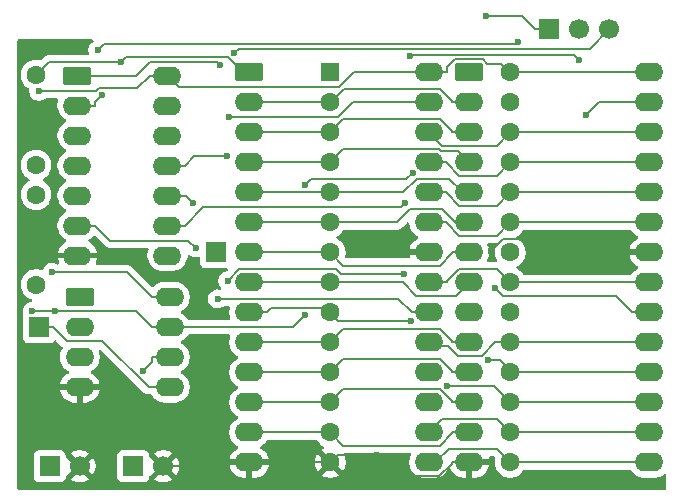
<source format=gbr>
%TF.GenerationSoftware,KiCad,Pcbnew,9.0.7*%
%TF.CreationDate,2026-02-10T00:04:01+01:00*%
%TF.ProjectId,kicad-c16-multirom,6b696361-642d-4633-9136-2d6d756c7469,1*%
%TF.SameCoordinates,Original*%
%TF.FileFunction,Copper,L1,Top*%
%TF.FilePolarity,Positive*%
%FSLAX46Y46*%
G04 Gerber Fmt 4.6, Leading zero omitted, Abs format (unit mm)*
G04 Created by KiCad (PCBNEW 9.0.7) date 2026-02-10 00:04:01*
%MOMM*%
%LPD*%
G01*
G04 APERTURE LIST*
G04 Aperture macros list*
%AMRoundRect*
0 Rectangle with rounded corners*
0 $1 Rounding radius*
0 $2 $3 $4 $5 $6 $7 $8 $9 X,Y pos of 4 corners*
0 Add a 4 corners polygon primitive as box body*
4,1,4,$2,$3,$4,$5,$6,$7,$8,$9,$2,$3,0*
0 Add four circle primitives for the rounded corners*
1,1,$1+$1,$2,$3*
1,1,$1+$1,$4,$5*
1,1,$1+$1,$6,$7*
1,1,$1+$1,$8,$9*
0 Add four rect primitives between the rounded corners*
20,1,$1+$1,$2,$3,$4,$5,0*
20,1,$1+$1,$4,$5,$6,$7,0*
20,1,$1+$1,$6,$7,$8,$9,0*
20,1,$1+$1,$8,$9,$2,$3,0*%
G04 Aperture macros list end*
%TA.AperFunction,ComponentPad*%
%ADD10RoundRect,0.250000X-0.950000X-0.550000X0.950000X-0.550000X0.950000X0.550000X-0.950000X0.550000X0*%
%TD*%
%TA.AperFunction,ComponentPad*%
%ADD11O,2.400000X1.600000*%
%TD*%
%TA.AperFunction,ComponentPad*%
%ADD12R,1.700000X1.700000*%
%TD*%
%TA.AperFunction,ComponentPad*%
%ADD13C,1.700000*%
%TD*%
%TA.AperFunction,ComponentPad*%
%ADD14C,1.600000*%
%TD*%
%TA.AperFunction,ComponentPad*%
%ADD15RoundRect,0.250000X-0.550000X-0.550000X0.550000X-0.550000X0.550000X0.550000X-0.550000X0.550000X0*%
%TD*%
%TA.AperFunction,ViaPad*%
%ADD16C,0.600000*%
%TD*%
%TA.AperFunction,Conductor*%
%ADD17C,0.200000*%
%TD*%
G04 APERTURE END LIST*
D10*
%TO.P,U4,1,A15*%
%TO.N,/U4_A15*%
X169760000Y-57658000D03*
D11*
%TO.P,U4,2,A12*%
%TO.N,/A12*%
X169760000Y-60198000D03*
%TO.P,U4,3,A7*%
%TO.N,/A7*%
X169760000Y-62738000D03*
%TO.P,U4,4,A6*%
%TO.N,/A6*%
X169760000Y-65278000D03*
%TO.P,U4,5,A5*%
%TO.N,/A5*%
X169760000Y-67818000D03*
%TO.P,U4,6,A4*%
%TO.N,/A4*%
X169760000Y-70358000D03*
%TO.P,U4,7,A3*%
%TO.N,/A3*%
X169760000Y-72898000D03*
%TO.P,U4,8,A2*%
%TO.N,/A2*%
X169760000Y-75438000D03*
%TO.P,U4,9,A1*%
%TO.N,/A1*%
X169760000Y-77978000D03*
%TO.P,U4,10,A0*%
%TO.N,/A0*%
X169760000Y-80518000D03*
%TO.P,U4,11,D0*%
%TO.N,/D0*%
X169760000Y-83058000D03*
%TO.P,U4,12,D1*%
%TO.N,/D1*%
X169760000Y-85598000D03*
%TO.P,U4,13,D2*%
%TO.N,/D2*%
X169760000Y-88138000D03*
%TO.P,U4,14,GND*%
%TO.N,GND*%
X169760000Y-90678000D03*
%TO.P,U4,15,D3*%
%TO.N,/D3*%
X185000000Y-90678000D03*
%TO.P,U4,16,D4*%
%TO.N,/D4*%
X185000000Y-88138000D03*
%TO.P,U4,17,D5*%
%TO.N,/D5*%
X185000000Y-85598000D03*
%TO.P,U4,18,D6*%
%TO.N,/D6*%
X185000000Y-83058000D03*
%TO.P,U4,19,D7*%
%TO.N,/D7*%
X185000000Y-80518000D03*
%TO.P,U4,20,~{CE}*%
%TO.N,/~{FUNCTIONROM}*%
X185000000Y-77978000D03*
%TO.P,U4,21,A10*%
%TO.N,/A10*%
X185000000Y-75438000D03*
%TO.P,U4,22,~{OE}*%
%TO.N,GND*%
X185000000Y-72898000D03*
%TO.P,U4,23,A11*%
%TO.N,/A11*%
X185000000Y-70358000D03*
%TO.P,U4,24,A9*%
%TO.N,/A9*%
X185000000Y-67818000D03*
%TO.P,U4,25,A8*%
%TO.N,/A8*%
X185000000Y-65278000D03*
%TO.P,U4,26,A13*%
%TO.N,/A13*%
X185000000Y-62738000D03*
%TO.P,U4,27,A14*%
%TO.N,/~{C0LOW}*%
X185000000Y-60198000D03*
%TO.P,U4,28,VCC*%
%TO.N,VCC*%
X185000000Y-57658000D03*
%TD*%
D12*
%TO.P,J4,1,Pin_1*%
%TO.N,/~{RESET}*%
X133350000Y-79248000D03*
%TD*%
%TO.P,J3,1,Pin_1*%
%TO.N,/~{BASIC}*%
X176500000Y-54000000D03*
D13*
%TO.P,J3,2,Pin_2*%
%TO.N,/~{C0LOW}*%
X179040000Y-54000000D03*
%TO.P,J3,3,Pin_3*%
%TO.N,/~{C0HIGH}*%
X181580000Y-54000000D03*
%TD*%
D10*
%TO.P,U3,1,A15*%
%TO.N,/U3_A15*%
X151130000Y-57658000D03*
D11*
%TO.P,U3,2,A12*%
%TO.N,/A12*%
X151130000Y-60198000D03*
%TO.P,U3,3,A7*%
%TO.N,/A7*%
X151130000Y-62738000D03*
%TO.P,U3,4,A6*%
%TO.N,/A6*%
X151130000Y-65278000D03*
%TO.P,U3,5,A5*%
%TO.N,/A5*%
X151130000Y-67818000D03*
%TO.P,U3,6,A4*%
%TO.N,/A4*%
X151130000Y-70358000D03*
%TO.P,U3,7,A3*%
%TO.N,/A3*%
X151130000Y-72898000D03*
%TO.P,U3,8,A2*%
%TO.N,/A2*%
X151130000Y-75438000D03*
%TO.P,U3,9,A1*%
%TO.N,/A1*%
X151130000Y-77978000D03*
%TO.P,U3,10,A0*%
%TO.N,/A0*%
X151130000Y-80518000D03*
%TO.P,U3,11,D0*%
%TO.N,/D0*%
X151130000Y-83058000D03*
%TO.P,U3,12,D1*%
%TO.N,/D1*%
X151130000Y-85598000D03*
%TO.P,U3,13,D2*%
%TO.N,/D2*%
X151130000Y-88138000D03*
%TO.P,U3,14,GND*%
%TO.N,GND*%
X151130000Y-90678000D03*
%TO.P,U3,15,D3*%
%TO.N,/D3*%
X166370000Y-90678000D03*
%TO.P,U3,16,D4*%
%TO.N,/D4*%
X166370000Y-88138000D03*
%TO.P,U3,17,D5*%
%TO.N,/D5*%
X166370000Y-85598000D03*
%TO.P,U3,18,D6*%
%TO.N,/D6*%
X166370000Y-83058000D03*
%TO.P,U3,19,D7*%
%TO.N,/D7*%
X166370000Y-80518000D03*
%TO.P,U3,20,~{CE}*%
%TO.N,/~{SYSTEMROM}*%
X166370000Y-77978000D03*
%TO.P,U3,21,A10*%
%TO.N,/A10*%
X166370000Y-75438000D03*
%TO.P,U3,22,~{OE}*%
%TO.N,GND*%
X166370000Y-72898000D03*
%TO.P,U3,23,A11*%
%TO.N,/A11*%
X166370000Y-70358000D03*
%TO.P,U3,24,A9*%
%TO.N,/A9*%
X166370000Y-67818000D03*
%TO.P,U3,25,A8*%
%TO.N,/A8*%
X166370000Y-65278000D03*
%TO.P,U3,26,A13*%
%TO.N,/A13*%
X166370000Y-62738000D03*
%TO.P,U3,27,A14*%
%TO.N,/~{BASIC}*%
X166370000Y-60198000D03*
%TO.P,U3,28,VCC*%
%TO.N,VCC*%
X166370000Y-57658000D03*
%TD*%
D10*
%TO.P,U1,1,~{RESET}/PB5*%
%TO.N,unconnected-(U1-~{RESET}{slash}PB5-Pad1)*%
X136775000Y-76690000D03*
D11*
%TO.P,U1,2,XTAL1/PB3*%
%TO.N,unconnected-(U1-XTAL1{slash}PB3-Pad2)*%
X136775000Y-79230000D03*
%TO.P,U1,3,XTAL2/PB4*%
%TO.N,unconnected-(U1-XTAL2{slash}PB4-Pad3)*%
X136775000Y-81770000D03*
%TO.P,U1,4,GND*%
%TO.N,GND*%
X136775000Y-84310000D03*
%TO.P,U1,5,AREF/PB0*%
%TO.N,/~{RESET}*%
X144395000Y-84310000D03*
%TO.P,U1,6,PB1*%
%TO.N,/U3_A15*%
X144395000Y-81770000D03*
%TO.P,U1,7,PB2*%
%TO.N,/U4_A15*%
X144395000Y-79230000D03*
%TO.P,U1,8,VCC*%
%TO.N,VCC*%
X144395000Y-76690000D03*
%TD*%
D12*
%TO.P,J1,1,Pin_1*%
%TO.N,/U3_A15*%
X141305000Y-91000000D03*
D13*
%TO.P,J1,2,Pin_2*%
%TO.N,GND*%
X143845000Y-91000000D03*
%TD*%
D14*
%TO.P,R2,1*%
%TO.N,VCC*%
X133080000Y-68000000D03*
%TO.P,R2,2*%
%TO.N,/U4_A15*%
X133080000Y-75620000D03*
%TD*%
D10*
%TO.P,U2,1*%
%TO.N,/~{BASIC}*%
X136580000Y-57920000D03*
D11*
%TO.P,U2,2*%
%TO.N,/~{KERNAL}*%
X136580000Y-60460000D03*
%TO.P,U2,3*%
%TO.N,Net-(U2-Pad3)*%
X136580000Y-63000000D03*
%TO.P,U2,4*%
X136580000Y-65540000D03*
%TO.P,U2,5*%
X136580000Y-68080000D03*
%TO.P,U2,6*%
%TO.N,/~{SYSTEMROM}*%
X136580000Y-70620000D03*
%TO.P,U2,7,GND*%
%TO.N,GND*%
X136580000Y-73160000D03*
%TO.P,U2,8*%
%TO.N,Net-(U2-Pad12)*%
X144200000Y-73160000D03*
%TO.P,U2,9*%
%TO.N,/~{C0LOW}*%
X144200000Y-70620000D03*
%TO.P,U2,10*%
%TO.N,/~{C0HIGH}*%
X144200000Y-68080000D03*
%TO.P,U2,11*%
%TO.N,/~{FUNCTIONROM}*%
X144200000Y-65540000D03*
%TO.P,U2,12*%
%TO.N,Net-(U2-Pad12)*%
X144200000Y-63000000D03*
%TO.P,U2,13*%
X144200000Y-60460000D03*
%TO.P,U2,14,VCC*%
%TO.N,VCC*%
X144200000Y-57920000D03*
%TD*%
D12*
%TO.P,J2,1,Pin_1*%
%TO.N,/U4_A15*%
X134225000Y-91000000D03*
D13*
%TO.P,J2,2,Pin_2*%
%TO.N,GND*%
X136765000Y-91000000D03*
%TD*%
D14*
%TO.P,R1,1*%
%TO.N,VCC*%
X133080000Y-65500000D03*
%TO.P,R1,2*%
%TO.N,/U3_A15*%
X133080000Y-57880000D03*
%TD*%
D15*
%TO.P,SOCKET_U4,1,VPP*%
%TO.N,unconnected-(SOCKET_U4-VPP-Pad1)*%
X157988000Y-57658000D03*
D14*
%TO.P,SOCKET_U4,2,A12*%
%TO.N,/A12*%
X157988000Y-60198000D03*
%TO.P,SOCKET_U4,3,A7*%
%TO.N,/A7*%
X157988000Y-62738000D03*
%TO.P,SOCKET_U4,4,A6*%
%TO.N,/A6*%
X157988000Y-65278000D03*
%TO.P,SOCKET_U4,5,A5*%
%TO.N,/A5*%
X157988000Y-67818000D03*
%TO.P,SOCKET_U4,6,A4*%
%TO.N,/A4*%
X157988000Y-70358000D03*
%TO.P,SOCKET_U4,7,A3*%
%TO.N,/A3*%
X157988000Y-72898000D03*
%TO.P,SOCKET_U4,8,A2*%
%TO.N,/A2*%
X157988000Y-75438000D03*
%TO.P,SOCKET_U4,9,A1*%
%TO.N,/A1*%
X157988000Y-77978000D03*
%TO.P,SOCKET_U4,10,A0*%
%TO.N,/A0*%
X157988000Y-80518000D03*
%TO.P,SOCKET_U4,11,D0*%
%TO.N,/D0*%
X157988000Y-83058000D03*
%TO.P,SOCKET_U4,12,D1*%
%TO.N,/D1*%
X157988000Y-85598000D03*
%TO.P,SOCKET_U4,13,D2*%
%TO.N,/D2*%
X157988000Y-88138000D03*
%TO.P,SOCKET_U4,14,GND*%
%TO.N,GND*%
X157988000Y-90678000D03*
%TO.P,SOCKET_U4,15,D3*%
%TO.N,/D3*%
X173228000Y-90678000D03*
%TO.P,SOCKET_U4,16,D4*%
%TO.N,/D4*%
X173228000Y-88138000D03*
%TO.P,SOCKET_U4,17,D5*%
%TO.N,/D5*%
X173228000Y-85598000D03*
%TO.P,SOCKET_U4,18,D6*%
%TO.N,/D6*%
X173228000Y-83058000D03*
%TO.P,SOCKET_U4,19,D7*%
%TO.N,/D7*%
X173228000Y-80518000D03*
%TO.P,SOCKET_U4,20,~{CE}*%
%TO.N,unconnected-(SOCKET_U4-~{CE}-Pad20)*%
X173228000Y-77978000D03*
%TO.P,SOCKET_U4,21,A10*%
%TO.N,/A10*%
X173228000Y-75438000D03*
%TO.P,SOCKET_U4,22,~{OE}*%
%TO.N,/~{KERNAL}*%
X173228000Y-72898000D03*
%TO.P,SOCKET_U4,23,A11*%
%TO.N,/A11*%
X173228000Y-70358000D03*
%TO.P,SOCKET_U4,24,A9*%
%TO.N,/A9*%
X173228000Y-67818000D03*
%TO.P,SOCKET_U4,25,A8*%
%TO.N,/A8*%
X173228000Y-65278000D03*
%TO.P,SOCKET_U4,26,A13*%
%TO.N,/A13*%
X173228000Y-62738000D03*
%TO.P,SOCKET_U4,27,~{PGM}*%
%TO.N,unconnected-(SOCKET_U4-~{PGM}-Pad27)*%
X173228000Y-60198000D03*
%TO.P,SOCKET_U4,28,VCC*%
%TO.N,VCC*%
X173228000Y-57658000D03*
%TD*%
D12*
%TO.P,J5,1,Pin_1*%
%TO.N,/~{BASIC}*%
X148336000Y-72898000D03*
%TD*%
D16*
%TO.N,/U3_A15*%
X140281100Y-56785500D03*
X142101700Y-82964700D03*
%TO.N,GND*%
X144197500Y-92670000D03*
X161927500Y-90067700D03*
X161927500Y-72499500D03*
X171615000Y-72737700D03*
%TO.N,/U4_A15*%
X155864000Y-78235100D03*
X132747400Y-77873700D03*
X164987000Y-66160900D03*
X134685900Y-77873700D03*
X155864000Y-67183000D03*
%TO.N,/~{BASIC}*%
X171140000Y-52861200D03*
X149397200Y-61468000D03*
X148618300Y-57007400D03*
%TO.N,VCC*%
X133301900Y-59259600D03*
X134416700Y-74584900D03*
%TO.N,/A1*%
X164790300Y-78670400D03*
%TO.N,/~{KERNAL}*%
X138627800Y-59599400D03*
X138287500Y-55779700D03*
X173870500Y-55040300D03*
%TO.N,/D5*%
X167836900Y-84227700D03*
%TO.N,/D6*%
X171297100Y-82039000D03*
%TO.N,/~{SYSTEMROM}*%
X148441500Y-76837300D03*
X146580500Y-72499500D03*
%TO.N,/~{C0HIGH}*%
X146397000Y-68733700D03*
X149828000Y-56043800D03*
%TO.N,/~{C0LOW}*%
X179040000Y-56584800D03*
X164352500Y-68686700D03*
X164768700Y-56254000D03*
X179657500Y-61238600D03*
%TO.N,/~{FUNCTIONROM}*%
X149280000Y-64757700D03*
X164248000Y-74745600D03*
X149293900Y-75295700D03*
X171917300Y-75924200D03*
%TD*%
D17*
%TO.N,/U3_A15*%
X142893300Y-82173100D02*
X142893300Y-81770000D01*
X133080000Y-57880000D02*
X134174500Y-56785500D01*
X134174500Y-56785500D02*
X140281100Y-56785500D01*
X140681300Y-56385300D02*
X149318700Y-56385300D01*
X140281100Y-56785500D02*
X140681300Y-56385300D01*
X150591400Y-57658000D02*
X151130000Y-57658000D01*
X144395000Y-81770000D02*
X142893300Y-81770000D01*
X149318700Y-56385300D02*
X150591400Y-57658000D01*
X142101700Y-82964700D02*
X142893300Y-82173100D01*
%TO.N,GND*%
X161927500Y-90067700D02*
X158598300Y-90067700D01*
X151130000Y-90678000D02*
X157988000Y-90678000D01*
X143845000Y-91000000D02*
X149306300Y-91000000D01*
X182341600Y-71741300D02*
X183498300Y-72898000D01*
X151130000Y-90678000D02*
X149628300Y-90678000D01*
X171615000Y-72737700D02*
X172611400Y-71741300D01*
X172611400Y-71741300D02*
X182341600Y-71741300D01*
X149306300Y-91000000D02*
X149628300Y-90678000D01*
X185000000Y-72898000D02*
X183498300Y-72898000D01*
X168258300Y-90678000D02*
X168258300Y-90779500D01*
X158598300Y-90067700D02*
X157988000Y-90678000D01*
X162326000Y-72898000D02*
X161927500Y-72499500D01*
X136765000Y-91000000D02*
X138435000Y-92670000D01*
X167203000Y-91834800D02*
X163694600Y-91834800D01*
X169760000Y-90678000D02*
X168258300Y-90678000D01*
X163694600Y-91834800D02*
X161927500Y-90067700D01*
X166370000Y-72898000D02*
X162326000Y-72898000D01*
X138435000Y-92670000D02*
X144197500Y-92670000D01*
X168258300Y-90779500D02*
X167203000Y-91834800D01*
%TO.N,/U4_A15*%
X155864000Y-78235100D02*
X154869100Y-79230000D01*
X154869100Y-79230000D02*
X144395000Y-79230000D01*
X132747400Y-77873700D02*
X134685900Y-77873700D01*
X141537000Y-77873700D02*
X134685900Y-77873700D01*
X156330700Y-66716300D02*
X164431600Y-66716300D01*
X164431600Y-66716300D02*
X164987000Y-66160900D01*
X144395000Y-79230000D02*
X142893300Y-79230000D01*
X142893300Y-79230000D02*
X141537000Y-77873700D01*
X156330700Y-66716300D02*
X155864000Y-67183000D01*
%TO.N,/~{BASIC}*%
X149397200Y-61468000D02*
X158635100Y-61468000D01*
X176500000Y-54000000D02*
X175348300Y-54000000D01*
X171140000Y-52861200D02*
X174209500Y-52861200D01*
X148397900Y-56787000D02*
X148618300Y-57007400D01*
X141546300Y-57920000D02*
X142679300Y-56787000D01*
X174209500Y-52861200D02*
X175348300Y-54000000D01*
X136580000Y-57920000D02*
X141546300Y-57920000D01*
X142679300Y-56787000D02*
X148397900Y-56787000D01*
X158635100Y-61468000D02*
X159905100Y-60198000D01*
X159905100Y-60198000D02*
X166370000Y-60198000D01*
%TO.N,/~{RESET}*%
X134501700Y-79248000D02*
X135653400Y-80399700D01*
X133350000Y-79248000D02*
X134501700Y-79248000D01*
X135653400Y-80399700D02*
X138685900Y-80399700D01*
X142596200Y-84310000D02*
X144395000Y-84310000D01*
X138685900Y-80399700D02*
X142596200Y-84310000D01*
%TO.N,VCC*%
X171288000Y-56904400D02*
X171288000Y-56904500D01*
X170937900Y-56554300D02*
X171288000Y-56904400D01*
X173228000Y-57658000D02*
X185000000Y-57658000D01*
X144395000Y-76690000D02*
X142893300Y-76690000D01*
X167871700Y-57658000D02*
X167871700Y-57216800D01*
X171288000Y-56904500D02*
X172474500Y-56904500D01*
X167120900Y-57658000D02*
X166370000Y-57658000D01*
X144200000Y-57920000D02*
X142698300Y-57920000D01*
X166370000Y-57658000D02*
X159962100Y-57658000D01*
X159962100Y-57658000D02*
X158721050Y-58899050D01*
X167871700Y-57216800D02*
X168534200Y-56554300D01*
X138116800Y-59259600D02*
X133301900Y-59259600D01*
X158721050Y-58899050D02*
X145179050Y-58899050D01*
X140788200Y-74584900D02*
X134416700Y-74584900D01*
X138378700Y-58997700D02*
X138116800Y-59259600D01*
X142893300Y-76690000D02*
X140788200Y-74584900D01*
X141620600Y-58997700D02*
X138378700Y-58997700D01*
X142698300Y-57920000D02*
X141620600Y-58997700D01*
X168534200Y-56554300D02*
X170937900Y-56554300D01*
X172474500Y-56904500D02*
X173228000Y-57658000D01*
X145179050Y-58899050D02*
X144200000Y-57920000D01*
X167120900Y-57658000D02*
X167871700Y-57658000D01*
%TO.N,/A1*%
X157614300Y-77604300D02*
X157988000Y-77978000D01*
X164790300Y-78670400D02*
X158680400Y-78670400D01*
X153005400Y-77604300D02*
X157614300Y-77604300D01*
X151130000Y-77978000D02*
X152631700Y-77978000D01*
X158680400Y-78670400D02*
X157988000Y-77978000D01*
X152631700Y-77978000D02*
X153005400Y-77604300D01*
%TO.N,/D0*%
X157988000Y-83058000D02*
X151130000Y-83058000D01*
X159099300Y-81946700D02*
X157988000Y-83058000D01*
X169760000Y-83058000D02*
X168258300Y-83058000D01*
X168258300Y-82967900D02*
X167237100Y-81946700D01*
X167237100Y-81946700D02*
X159099300Y-81946700D01*
X168258300Y-83058000D02*
X168258300Y-82967900D01*
%TO.N,/A11*%
X166370000Y-70358000D02*
X167871700Y-70358000D01*
X185000000Y-70358000D02*
X173228000Y-70358000D01*
X167871700Y-70448100D02*
X168892800Y-71469200D01*
X167871700Y-70358000D02*
X167871700Y-70448100D01*
X168892800Y-71469200D02*
X172116800Y-71469200D01*
X172116800Y-71469200D02*
X173228000Y-70358000D01*
%TO.N,/A5*%
X168075900Y-66695300D02*
X169198600Y-67818000D01*
X164180800Y-67818000D02*
X165303500Y-66695300D01*
X165303500Y-66695300D02*
X168075900Y-66695300D01*
X169198600Y-67818000D02*
X169760000Y-67818000D01*
X151130000Y-67818000D02*
X157988000Y-67818000D01*
X157988000Y-67818000D02*
X164180800Y-67818000D01*
%TO.N,/D3*%
X172117000Y-89567000D02*
X173228000Y-90678000D01*
X166370000Y-90678000D02*
X166888900Y-90678000D01*
X173228000Y-90678000D02*
X185000000Y-90678000D01*
X166888900Y-90678000D02*
X167999900Y-89567000D01*
X167999900Y-89567000D02*
X172117000Y-89567000D01*
%TO.N,/A4*%
X169760000Y-70358000D02*
X168522100Y-70358000D01*
X167408100Y-69244000D02*
X164737000Y-69244000D01*
X163623000Y-70358000D02*
X157988000Y-70358000D01*
X168522100Y-70358000D02*
X167408100Y-69244000D01*
X164737000Y-69244000D02*
X163623000Y-70358000D01*
X157988000Y-70358000D02*
X151130000Y-70358000D01*
%TO.N,/A6*%
X159089700Y-64176300D02*
X157988000Y-65278000D01*
X167226400Y-64176300D02*
X159089700Y-64176300D01*
X168766800Y-64284800D02*
X167334900Y-64284800D01*
X169760000Y-65278000D02*
X168766800Y-64284800D01*
X167334900Y-64284800D02*
X167226400Y-64176300D01*
X157988000Y-65278000D02*
X151130000Y-65278000D01*
%TO.N,/A9*%
X166370000Y-67818000D02*
X167871700Y-67818000D01*
X168892800Y-68929200D02*
X172116800Y-68929200D01*
X172116800Y-68929200D02*
X173228000Y-67818000D01*
X185000000Y-67818000D02*
X173228000Y-67818000D01*
X167871700Y-67908100D02*
X168892800Y-68929200D01*
X167871700Y-67818000D02*
X167871700Y-67908100D01*
%TO.N,/D1*%
X151130000Y-85598000D02*
X157988000Y-85598000D01*
X169760000Y-85598000D02*
X168258300Y-85598000D01*
X168258300Y-85507900D02*
X167237100Y-84486700D01*
X159099300Y-84486700D02*
X157988000Y-85598000D01*
X167237100Y-84486700D02*
X159099300Y-84486700D01*
X168258300Y-85598000D02*
X168258300Y-85507900D01*
%TO.N,/A10*%
X166370000Y-75438000D02*
X167871700Y-75438000D01*
X168859900Y-74327000D02*
X172117000Y-74327000D01*
X185000000Y-75438000D02*
X173228000Y-75438000D01*
X167871700Y-75315200D02*
X168859900Y-74327000D01*
X172117000Y-74327000D02*
X173228000Y-75438000D01*
X167871700Y-75438000D02*
X167871700Y-75315200D01*
%TO.N,/A2*%
X157988000Y-75438000D02*
X164170000Y-75438000D01*
X165280000Y-76548000D02*
X168650000Y-76548000D01*
X168650000Y-76548000D02*
X169760000Y-75438000D01*
X164170000Y-75438000D02*
X165280000Y-76548000D01*
X151130000Y-75438000D02*
X157988000Y-75438000D01*
%TO.N,/D2*%
X169760000Y-88138000D02*
X168258300Y-88138000D01*
X168258300Y-88228000D02*
X168258300Y-88138000D01*
X151130000Y-88138000D02*
X157988000Y-88138000D01*
X167237400Y-89248900D02*
X168258300Y-88228000D01*
X159098900Y-89248900D02*
X167237400Y-89248900D01*
X157988000Y-88138000D02*
X159098900Y-89248900D01*
%TO.N,/A7*%
X168258300Y-62647900D02*
X167237100Y-61626700D01*
X159099300Y-61626700D02*
X157988000Y-62738000D01*
X167237100Y-61626700D02*
X159099300Y-61626700D01*
X157988000Y-62738000D02*
X151130000Y-62738000D01*
X169760000Y-62738000D02*
X168258300Y-62738000D01*
X168258300Y-62738000D02*
X168258300Y-62647900D01*
%TO.N,/D4*%
X185000000Y-88138000D02*
X173228000Y-88138000D01*
X172116700Y-87026700D02*
X173228000Y-88138000D01*
X166370000Y-88138000D02*
X167481300Y-87026700D01*
X167481300Y-87026700D02*
X172116700Y-87026700D01*
%TO.N,/A13*%
X173228000Y-62738000D02*
X185000000Y-62738000D01*
X173228000Y-62738000D02*
X172120500Y-63845500D01*
X172120500Y-63845500D02*
X167477500Y-63845500D01*
X167477500Y-63845500D02*
X166370000Y-62738000D01*
%TO.N,/A3*%
X169760000Y-72898000D02*
X168258300Y-72898000D01*
X151130000Y-72898000D02*
X157988000Y-72898000D01*
X167237200Y-74009200D02*
X159099200Y-74009200D01*
X168258300Y-72898000D02*
X168258300Y-72988100D01*
X159099200Y-74009200D02*
X157988000Y-72898000D01*
X168258300Y-72988100D02*
X167237200Y-74009200D01*
%TO.N,/A0*%
X169760000Y-80518000D02*
X168258300Y-80518000D01*
X168258300Y-80427900D02*
X167237100Y-79406700D01*
X159099300Y-79406700D02*
X157988000Y-80518000D01*
X167237100Y-79406700D02*
X159099300Y-79406700D01*
X168258300Y-80518000D02*
X168258300Y-80427900D01*
X151130000Y-80518000D02*
X157988000Y-80518000D01*
%TO.N,/~{KERNAL}*%
X138081700Y-60460000D02*
X138081700Y-60145500D01*
X173870500Y-55107500D02*
X173737600Y-55240400D01*
X138826800Y-55240400D02*
X138287500Y-55779700D01*
X173737600Y-55240400D02*
X138826800Y-55240400D01*
X136580000Y-60460000D02*
X138081700Y-60460000D01*
X138081700Y-60145500D02*
X138627800Y-59599400D01*
X173870500Y-55107500D02*
X173870500Y-55040300D01*
%TO.N,/D5*%
X167836900Y-84227700D02*
X171857700Y-84227700D01*
X171857700Y-84227700D02*
X173228000Y-85598000D01*
X173228000Y-85598000D02*
X185000000Y-85598000D01*
%TO.N,/A12*%
X157988000Y-60198000D02*
X158023500Y-60198000D01*
X168258300Y-60106800D02*
X168258300Y-60198000D01*
X169760000Y-60198000D02*
X168258300Y-60198000D01*
X159139200Y-59082300D02*
X167233800Y-59082300D01*
X158023500Y-60198000D02*
X159139200Y-59082300D01*
X151130000Y-60198000D02*
X157988000Y-60198000D01*
X167233800Y-59082300D02*
X168258300Y-60106800D01*
%TO.N,/D6*%
X173228000Y-83058000D02*
X179114000Y-83058000D01*
X172380800Y-82039000D02*
X171297100Y-82039000D01*
X179114000Y-83058000D02*
X173399800Y-83058000D01*
X179114000Y-83058000D02*
X185000000Y-83058000D01*
X173399800Y-83058000D02*
X172380800Y-82039000D01*
%TO.N,/D7*%
X170853700Y-81631600D02*
X168803800Y-81631600D01*
X166637900Y-80785900D02*
X166370000Y-80518000D01*
X171967300Y-80518000D02*
X170853700Y-81631600D01*
X167958200Y-80786000D02*
X166637900Y-80786000D01*
X173228000Y-80518000D02*
X171967300Y-80518000D01*
X168803800Y-81631600D02*
X167958200Y-80786000D01*
X185000000Y-80518000D02*
X173228000Y-80518000D01*
X166637900Y-80786000D02*
X166637900Y-80785900D01*
%TO.N,/A8*%
X173228000Y-65278000D02*
X172116800Y-66389200D01*
X172116800Y-66389200D02*
X168892800Y-66389200D01*
X167871700Y-65368100D02*
X167871700Y-65278000D01*
X166370000Y-65278000D02*
X167871700Y-65278000D01*
X173228000Y-65278000D02*
X185000000Y-65278000D01*
X168892800Y-66389200D02*
X167871700Y-65368100D01*
%TO.N,/~{SYSTEMROM}*%
X145971000Y-71890000D02*
X139351700Y-71890000D01*
X166370000Y-77978000D02*
X164868300Y-77978000D01*
X136580000Y-70620000D02*
X138081700Y-70620000D01*
X164868300Y-77978000D02*
X163727600Y-76837300D01*
X146580500Y-72499500D02*
X145971000Y-71890000D01*
X163727600Y-76837300D02*
X148441500Y-76837300D01*
X139351700Y-71890000D02*
X138081700Y-70620000D01*
%TO.N,/~{C0HIGH}*%
X179937900Y-55642100D02*
X150229700Y-55642100D01*
X181580000Y-54000000D02*
X179937900Y-55642100D01*
X145743300Y-68080000D02*
X146397000Y-68733700D01*
X144200000Y-68080000D02*
X145743300Y-68080000D01*
X150229700Y-55642100D02*
X149828000Y-56043800D01*
%TO.N,/~{C0LOW}*%
X185000000Y-60198000D02*
X180698100Y-60198000D01*
X178599000Y-56143800D02*
X179040000Y-56584800D01*
X164768700Y-56254000D02*
X164878900Y-56143800D01*
X180698100Y-60198000D02*
X179657500Y-61238600D01*
X164352500Y-68686700D02*
X163951200Y-69088000D01*
X144200000Y-70620000D02*
X145701700Y-70620000D01*
X164878900Y-56143800D02*
X178599000Y-56143800D01*
X163951200Y-69088000D02*
X147233700Y-69088000D01*
X147233700Y-69088000D02*
X145701700Y-70620000D01*
%TO.N,/~{FUNCTIONROM}*%
X144200000Y-65540000D02*
X145701700Y-65540000D01*
X183498300Y-77978000D02*
X182139300Y-76619000D01*
X158444400Y-74336300D02*
X150253300Y-74336300D01*
X149280000Y-64757700D02*
X146484000Y-64757700D01*
X164248000Y-74745600D02*
X158853700Y-74745600D01*
X146484000Y-64757700D02*
X145701700Y-65540000D01*
X172612100Y-76619000D02*
X171917300Y-75924200D01*
X182139300Y-76619000D02*
X172612100Y-76619000D01*
X185000000Y-77978000D02*
X183498300Y-77978000D01*
X158853700Y-74745600D02*
X158444400Y-74336300D01*
X150253300Y-74336300D02*
X149293900Y-75295700D01*
%TD*%
%TA.AperFunction,Conductor*%
%TO.N,GND*%
G36*
X137886569Y-54876185D02*
G01*
X137932324Y-54928989D01*
X137942268Y-54998147D01*
X137913243Y-55061703D01*
X137888421Y-55083602D01*
X137777211Y-55157910D01*
X137777207Y-55157913D01*
X137665713Y-55269407D01*
X137665710Y-55269411D01*
X137578109Y-55400514D01*
X137578102Y-55400527D01*
X137517764Y-55546198D01*
X137517761Y-55546210D01*
X137487000Y-55700853D01*
X137487000Y-55858546D01*
X137517761Y-56013189D01*
X137517764Y-56013201D01*
X137517909Y-56013550D01*
X137517930Y-56013747D01*
X137519531Y-56019024D01*
X137518530Y-56019327D01*
X137525376Y-56083020D01*
X137494100Y-56145498D01*
X137434010Y-56181149D01*
X137403347Y-56185000D01*
X134261170Y-56185000D01*
X134261154Y-56184999D01*
X134253558Y-56184999D01*
X134095443Y-56184999D01*
X134019079Y-56205461D01*
X133942714Y-56225923D01*
X133942709Y-56225926D01*
X133805790Y-56304975D01*
X133805786Y-56304978D01*
X133524841Y-56585922D01*
X133463518Y-56619406D01*
X133398845Y-56616172D01*
X133384535Y-56611523D01*
X133222898Y-56585922D01*
X133182352Y-56579500D01*
X132977648Y-56579500D01*
X132953329Y-56583351D01*
X132775465Y-56611522D01*
X132580776Y-56674781D01*
X132398386Y-56767715D01*
X132232786Y-56888028D01*
X132088028Y-57032786D01*
X131967715Y-57198386D01*
X131874781Y-57380776D01*
X131811522Y-57575465D01*
X131779500Y-57777648D01*
X131779500Y-57982351D01*
X131811522Y-58184534D01*
X131874781Y-58379223D01*
X131927048Y-58481800D01*
X131950249Y-58527336D01*
X131967715Y-58561613D01*
X132088028Y-58727213D01*
X132232786Y-58871971D01*
X132398385Y-58992284D01*
X132398387Y-58992285D01*
X132398390Y-58992287D01*
X132442325Y-59014673D01*
X132493120Y-59062645D01*
X132509916Y-59130466D01*
X132507647Y-59149348D01*
X132501400Y-59180753D01*
X132501400Y-59338446D01*
X132532161Y-59493089D01*
X132532164Y-59493101D01*
X132592502Y-59638772D01*
X132592509Y-59638785D01*
X132680110Y-59769888D01*
X132680113Y-59769892D01*
X132791607Y-59881386D01*
X132791611Y-59881389D01*
X132922714Y-59968990D01*
X132922727Y-59968997D01*
X133001794Y-60001747D01*
X133068403Y-60029337D01*
X133223053Y-60060099D01*
X133223056Y-60060100D01*
X133223058Y-60060100D01*
X133380744Y-60060100D01*
X133380745Y-60060099D01*
X133535397Y-60029337D01*
X133657939Y-59978579D01*
X133681072Y-59968997D01*
X133681072Y-59968996D01*
X133681079Y-59968994D01*
X133794115Y-59893466D01*
X133812775Y-59880998D01*
X133879453Y-59860120D01*
X133881666Y-59860100D01*
X134836822Y-59860100D01*
X134903861Y-59879785D01*
X134949616Y-59932589D01*
X134959560Y-60001747D01*
X134954754Y-60022414D01*
X134944669Y-60053453D01*
X134911522Y-60155465D01*
X134879500Y-60357648D01*
X134879500Y-60562351D01*
X134911522Y-60764534D01*
X134974781Y-60959223D01*
X135018599Y-61045219D01*
X135062013Y-61130424D01*
X135067715Y-61141613D01*
X135188028Y-61307213D01*
X135332786Y-61451971D01*
X135463373Y-61546846D01*
X135498390Y-61572287D01*
X135587659Y-61617772D01*
X135591080Y-61619515D01*
X135641876Y-61667490D01*
X135658671Y-61735311D01*
X135636134Y-61801446D01*
X135591080Y-61840485D01*
X135498386Y-61887715D01*
X135332786Y-62008028D01*
X135188028Y-62152786D01*
X135067715Y-62318386D01*
X134974781Y-62500776D01*
X134911522Y-62695465D01*
X134888575Y-62840351D01*
X134879500Y-62897648D01*
X134879500Y-63102352D01*
X134883354Y-63126687D01*
X134911522Y-63304534D01*
X134974781Y-63499223D01*
X135067715Y-63681613D01*
X135188028Y-63847213D01*
X135332786Y-63991971D01*
X135487749Y-64104556D01*
X135498390Y-64112287D01*
X135586497Y-64157180D01*
X135591080Y-64159515D01*
X135641876Y-64207490D01*
X135658671Y-64275311D01*
X135636134Y-64341446D01*
X135591080Y-64380485D01*
X135498386Y-64427715D01*
X135332786Y-64548028D01*
X135188028Y-64692786D01*
X135067715Y-64858386D01*
X134974781Y-65040776D01*
X134911522Y-65235465D01*
X134881796Y-65423150D01*
X134879500Y-65437648D01*
X134879500Y-65642352D01*
X134880808Y-65650611D01*
X134911522Y-65844534D01*
X134974781Y-66039223D01*
X135017099Y-66122275D01*
X135047333Y-66181613D01*
X135067715Y-66221613D01*
X135188028Y-66387213D01*
X135332786Y-66531971D01*
X135480811Y-66639515D01*
X135498390Y-66652287D01*
X135567480Y-66687490D01*
X135591080Y-66699515D01*
X135641876Y-66747490D01*
X135658671Y-66815311D01*
X135636134Y-66881446D01*
X135591080Y-66920485D01*
X135498386Y-66967715D01*
X135332786Y-67088028D01*
X135188028Y-67232786D01*
X135067715Y-67398386D01*
X134974781Y-67580776D01*
X134911522Y-67775465D01*
X134879500Y-67977648D01*
X134879500Y-68182351D01*
X134911522Y-68384534D01*
X134974781Y-68579223D01*
X135018596Y-68665213D01*
X135047570Y-68722078D01*
X135067715Y-68761613D01*
X135188028Y-68927213D01*
X135332786Y-69071971D01*
X135487749Y-69184556D01*
X135498390Y-69192287D01*
X135589840Y-69238883D01*
X135591080Y-69239515D01*
X135641876Y-69287490D01*
X135658671Y-69355311D01*
X135636134Y-69421446D01*
X135591080Y-69460485D01*
X135498386Y-69507715D01*
X135332786Y-69628028D01*
X135188028Y-69772786D01*
X135067715Y-69938386D01*
X134974781Y-70120776D01*
X134911522Y-70315465D01*
X134879500Y-70517648D01*
X134879500Y-70722351D01*
X134911522Y-70924534D01*
X134974781Y-71119223D01*
X135026386Y-71220501D01*
X135050409Y-71267650D01*
X135067715Y-71301613D01*
X135188028Y-71467213D01*
X135332786Y-71611971D01*
X135453573Y-71699726D01*
X135498390Y-71732287D01*
X135570424Y-71768990D01*
X135591629Y-71779795D01*
X135642425Y-71827770D01*
X135659220Y-71895591D01*
X135636682Y-71961726D01*
X135591629Y-72000765D01*
X135498650Y-72048140D01*
X135333105Y-72168417D01*
X135333104Y-72168417D01*
X135188417Y-72313104D01*
X135188417Y-72313105D01*
X135068140Y-72478650D01*
X134975244Y-72660970D01*
X134912009Y-72855586D01*
X134903391Y-72910000D01*
X136264314Y-72910000D01*
X136259920Y-72914394D01*
X136207259Y-73005606D01*
X136180000Y-73107339D01*
X136180000Y-73212661D01*
X136207259Y-73314394D01*
X136259920Y-73405606D01*
X136264314Y-73410000D01*
X134903391Y-73410000D01*
X134912009Y-73464413D01*
X134975244Y-73659029D01*
X135019334Y-73745561D01*
X135032230Y-73814231D01*
X135005954Y-73878971D01*
X134948847Y-73919228D01*
X134879041Y-73922220D01*
X134839958Y-73904958D01*
X134795885Y-73875509D01*
X134795872Y-73875502D01*
X134650201Y-73815164D01*
X134650189Y-73815161D01*
X134495545Y-73784400D01*
X134495542Y-73784400D01*
X134337858Y-73784400D01*
X134337855Y-73784400D01*
X134183210Y-73815161D01*
X134183198Y-73815164D01*
X134037527Y-73875502D01*
X134037514Y-73875509D01*
X133906411Y-73963110D01*
X133906407Y-73963113D01*
X133794913Y-74074607D01*
X133794910Y-74074611D01*
X133707309Y-74205714D01*
X133707304Y-74205723D01*
X133659654Y-74320763D01*
X133615813Y-74375166D01*
X133549519Y-74397231D01*
X133506775Y-74391241D01*
X133384536Y-74351523D01*
X133221591Y-74325715D01*
X133182352Y-74319500D01*
X132977648Y-74319500D01*
X132968260Y-74320987D01*
X132775465Y-74351522D01*
X132580776Y-74414781D01*
X132398386Y-74507715D01*
X132232786Y-74628028D01*
X132088028Y-74772786D01*
X131967715Y-74938386D01*
X131874781Y-75120776D01*
X131811522Y-75315465D01*
X131779500Y-75517648D01*
X131779500Y-75722351D01*
X131811522Y-75924534D01*
X131874781Y-76119223D01*
X131938691Y-76244653D01*
X131959361Y-76285219D01*
X131967715Y-76301613D01*
X132088028Y-76467213D01*
X132232786Y-76611971D01*
X132387749Y-76724556D01*
X132398390Y-76732287D01*
X132580781Y-76825220D01*
X132635571Y-76843022D01*
X132693247Y-76882459D01*
X132720446Y-76946817D01*
X132708532Y-77015664D01*
X132661288Y-77067140D01*
X132621446Y-77082570D01*
X132513908Y-77103961D01*
X132513898Y-77103964D01*
X132368227Y-77164302D01*
X132368214Y-77164309D01*
X132237111Y-77251910D01*
X132237107Y-77251913D01*
X132125613Y-77363407D01*
X132125610Y-77363411D01*
X132038009Y-77494514D01*
X132038002Y-77494527D01*
X131977664Y-77640198D01*
X131977661Y-77640210D01*
X131946900Y-77794853D01*
X131946900Y-77952546D01*
X131977660Y-78107188D01*
X131977663Y-78107198D01*
X132009833Y-78184863D01*
X132017302Y-78254332D01*
X132011456Y-78275644D01*
X132005908Y-78290518D01*
X131999501Y-78350116D01*
X131999500Y-78350135D01*
X131999500Y-80145870D01*
X131999501Y-80145876D01*
X132005908Y-80205483D01*
X132056202Y-80340328D01*
X132056206Y-80340335D01*
X132142452Y-80455544D01*
X132142455Y-80455547D01*
X132257664Y-80541793D01*
X132257671Y-80541797D01*
X132392517Y-80592091D01*
X132392516Y-80592091D01*
X132399444Y-80592835D01*
X132452127Y-80598500D01*
X134247872Y-80598499D01*
X134307483Y-80592091D01*
X134442331Y-80541796D01*
X134557546Y-80455546D01*
X134601278Y-80397127D01*
X134657210Y-80355258D01*
X134726901Y-80350274D01*
X134788223Y-80383758D01*
X135284672Y-80880208D01*
X135318156Y-80941529D01*
X135313172Y-81011221D01*
X135297310Y-81040770D01*
X135262712Y-81088391D01*
X135169781Y-81270776D01*
X135106522Y-81465465D01*
X135088701Y-81577986D01*
X135074500Y-81667648D01*
X135074500Y-81872352D01*
X135086120Y-81945715D01*
X135106523Y-82074534D01*
X135106522Y-82074534D01*
X135169781Y-82269223D01*
X135262715Y-82451613D01*
X135383028Y-82617213D01*
X135527786Y-82761971D01*
X135679630Y-82872290D01*
X135693390Y-82882287D01*
X135765424Y-82918990D01*
X135786629Y-82929795D01*
X135837425Y-82977770D01*
X135854220Y-83045591D01*
X135831682Y-83111726D01*
X135786629Y-83150765D01*
X135693650Y-83198140D01*
X135528105Y-83318417D01*
X135528104Y-83318417D01*
X135383417Y-83463104D01*
X135383417Y-83463105D01*
X135263140Y-83628650D01*
X135170244Y-83810970D01*
X135107009Y-84005586D01*
X135098391Y-84060000D01*
X136459314Y-84060000D01*
X136454920Y-84064394D01*
X136402259Y-84155606D01*
X136375000Y-84257339D01*
X136375000Y-84362661D01*
X136402259Y-84464394D01*
X136454920Y-84555606D01*
X136459314Y-84560000D01*
X135098391Y-84560000D01*
X135107009Y-84614413D01*
X135170244Y-84809029D01*
X135263140Y-84991349D01*
X135383417Y-85156894D01*
X135383417Y-85156895D01*
X135528104Y-85301582D01*
X135693650Y-85421859D01*
X135875968Y-85514755D01*
X136070582Y-85577990D01*
X136272683Y-85610000D01*
X136525000Y-85610000D01*
X136525000Y-84625686D01*
X136529394Y-84630080D01*
X136620606Y-84682741D01*
X136722339Y-84710000D01*
X136827661Y-84710000D01*
X136929394Y-84682741D01*
X137020606Y-84630080D01*
X137025000Y-84625686D01*
X137025000Y-85610000D01*
X137277317Y-85610000D01*
X137479417Y-85577990D01*
X137674031Y-85514755D01*
X137856349Y-85421859D01*
X138021894Y-85301582D01*
X138021895Y-85301582D01*
X138166582Y-85156895D01*
X138166582Y-85156894D01*
X138286859Y-84991349D01*
X138379755Y-84809029D01*
X138442990Y-84614413D01*
X138451609Y-84560000D01*
X137090686Y-84560000D01*
X137095080Y-84555606D01*
X137147741Y-84464394D01*
X137175000Y-84362661D01*
X137175000Y-84257339D01*
X137147741Y-84155606D01*
X137095080Y-84064394D01*
X137090686Y-84060000D01*
X138451609Y-84060000D01*
X138442990Y-84005586D01*
X138379755Y-83810970D01*
X138286859Y-83628650D01*
X138166582Y-83463105D01*
X138166582Y-83463104D01*
X138021895Y-83318417D01*
X137856349Y-83198140D01*
X137763370Y-83150765D01*
X137712574Y-83102790D01*
X137695779Y-83034969D01*
X137718316Y-82968835D01*
X137763370Y-82929795D01*
X137763920Y-82929515D01*
X137856610Y-82882287D01*
X137933063Y-82826741D01*
X138022213Y-82761971D01*
X138022215Y-82761968D01*
X138022219Y-82761966D01*
X138166966Y-82617219D01*
X138166968Y-82617215D01*
X138166971Y-82617213D01*
X138219732Y-82544590D01*
X138287287Y-82451610D01*
X138380220Y-82269219D01*
X138443477Y-82074534D01*
X138475500Y-81872352D01*
X138475500Y-81667648D01*
X138461298Y-81577984D01*
X138443477Y-81465465D01*
X138422622Y-81401282D01*
X138382184Y-81276828D01*
X138380190Y-81206991D01*
X138416270Y-81147158D01*
X138478970Y-81116329D01*
X138548385Y-81124293D01*
X138587797Y-81150832D01*
X142111339Y-84674374D01*
X142111349Y-84674385D01*
X142115679Y-84678715D01*
X142115680Y-84678716D01*
X142227484Y-84790520D01*
X142301450Y-84833223D01*
X142314295Y-84840639D01*
X142314297Y-84840641D01*
X142364413Y-84869576D01*
X142364415Y-84869577D01*
X142517142Y-84910500D01*
X142517143Y-84910500D01*
X142765398Y-84910500D01*
X142832437Y-84930185D01*
X142875882Y-84978204D01*
X142881821Y-84989859D01*
X142882715Y-84991614D01*
X143003028Y-85157213D01*
X143147786Y-85301971D01*
X143302749Y-85414556D01*
X143313390Y-85422287D01*
X143429607Y-85481503D01*
X143495776Y-85515218D01*
X143495778Y-85515218D01*
X143495781Y-85515220D01*
X143600137Y-85549127D01*
X143690465Y-85578477D01*
X143791557Y-85594488D01*
X143892648Y-85610500D01*
X143892649Y-85610500D01*
X144897351Y-85610500D01*
X144897352Y-85610500D01*
X145099534Y-85578477D01*
X145294219Y-85515220D01*
X145476610Y-85422287D01*
X145569590Y-85354732D01*
X145642213Y-85301971D01*
X145642215Y-85301968D01*
X145642219Y-85301966D01*
X145786966Y-85157219D01*
X145786968Y-85157215D01*
X145786971Y-85157213D01*
X145896985Y-85005789D01*
X145907287Y-84991610D01*
X146000220Y-84809219D01*
X146063477Y-84614534D01*
X146095500Y-84412352D01*
X146095500Y-84207648D01*
X146086484Y-84150723D01*
X146063477Y-84005465D01*
X146024725Y-83886199D01*
X146000220Y-83810781D01*
X146000218Y-83810778D01*
X146000218Y-83810776D01*
X145963958Y-83739613D01*
X145907287Y-83628390D01*
X145892121Y-83607515D01*
X145786971Y-83462786D01*
X145642213Y-83318028D01*
X145476614Y-83197715D01*
X145470006Y-83194348D01*
X145383917Y-83150483D01*
X145333123Y-83102511D01*
X145316328Y-83034690D01*
X145338865Y-82968555D01*
X145383917Y-82929516D01*
X145476610Y-82882287D01*
X145553063Y-82826741D01*
X145642213Y-82761971D01*
X145642215Y-82761968D01*
X145642219Y-82761966D01*
X145786966Y-82617219D01*
X145786968Y-82617215D01*
X145786971Y-82617213D01*
X145839732Y-82544590D01*
X145907287Y-82451610D01*
X146000220Y-82269219D01*
X146063477Y-82074534D01*
X146095500Y-81872352D01*
X146095500Y-81667648D01*
X146081298Y-81577984D01*
X146063477Y-81465465D01*
X146024725Y-81346199D01*
X146000220Y-81270781D01*
X146000218Y-81270778D01*
X146000218Y-81270776D01*
X145963958Y-81199613D01*
X145907287Y-81088390D01*
X145899556Y-81077749D01*
X145786971Y-80922786D01*
X145642213Y-80778028D01*
X145476614Y-80657715D01*
X145470006Y-80654348D01*
X145383917Y-80610483D01*
X145333123Y-80562511D01*
X145316328Y-80494690D01*
X145338865Y-80428555D01*
X145383917Y-80389516D01*
X145476610Y-80342287D01*
X145580554Y-80266768D01*
X145642213Y-80221971D01*
X145642215Y-80221968D01*
X145642219Y-80221966D01*
X145786966Y-80077219D01*
X145786968Y-80077215D01*
X145786971Y-80077213D01*
X145907284Y-79911614D01*
X145907286Y-79911611D01*
X145907287Y-79911610D01*
X145914117Y-79898204D01*
X145962091Y-79847409D01*
X146024602Y-79830500D01*
X149418364Y-79830500D01*
X149485403Y-79850185D01*
X149531158Y-79902989D01*
X149541102Y-79972147D01*
X149528849Y-80010795D01*
X149524781Y-80018776D01*
X149461522Y-80213465D01*
X149429500Y-80415648D01*
X149429500Y-80620351D01*
X149461522Y-80822534D01*
X149524781Y-81017223D01*
X149585001Y-81135409D01*
X149600539Y-81165905D01*
X149617715Y-81199613D01*
X149738028Y-81365213D01*
X149882786Y-81509971D01*
X149976403Y-81577986D01*
X150048390Y-81630287D01*
X150121715Y-81667648D01*
X150141080Y-81677515D01*
X150191876Y-81725490D01*
X150208671Y-81793311D01*
X150186134Y-81859446D01*
X150141080Y-81898485D01*
X150048386Y-81945715D01*
X149882786Y-82066028D01*
X149738028Y-82210786D01*
X149617715Y-82376386D01*
X149524781Y-82558776D01*
X149461522Y-82753465D01*
X149429500Y-82955648D01*
X149429500Y-83160351D01*
X149461522Y-83362534D01*
X149524781Y-83557223D01*
X149585001Y-83675409D01*
X149600539Y-83705905D01*
X149617715Y-83739613D01*
X149738028Y-83905213D01*
X149882786Y-84049971D01*
X150021462Y-84150723D01*
X150048390Y-84170287D01*
X150121715Y-84207648D01*
X150141080Y-84217515D01*
X150191876Y-84265490D01*
X150208671Y-84333311D01*
X150186134Y-84399446D01*
X150141080Y-84438485D01*
X150048386Y-84485715D01*
X149882786Y-84606028D01*
X149738028Y-84750786D01*
X149617715Y-84916386D01*
X149524781Y-85098776D01*
X149461522Y-85293465D01*
X149429500Y-85495648D01*
X149429500Y-85700351D01*
X149461522Y-85902534D01*
X149524781Y-86097223D01*
X149585001Y-86215409D01*
X149600539Y-86245905D01*
X149617715Y-86279613D01*
X149738028Y-86445213D01*
X149882786Y-86589971D01*
X150021462Y-86690723D01*
X150048390Y-86710287D01*
X150139840Y-86756883D01*
X150141080Y-86757515D01*
X150191876Y-86805490D01*
X150208671Y-86873311D01*
X150186134Y-86939446D01*
X150141080Y-86978485D01*
X150048386Y-87025715D01*
X149882786Y-87146028D01*
X149738028Y-87290786D01*
X149617715Y-87456386D01*
X149524781Y-87638776D01*
X149461522Y-87833465D01*
X149429500Y-88035648D01*
X149429500Y-88240351D01*
X149461522Y-88442534D01*
X149524781Y-88637223D01*
X149617715Y-88819613D01*
X149738028Y-88985213D01*
X149882786Y-89129971D01*
X150021462Y-89230723D01*
X150048390Y-89250287D01*
X150120424Y-89286990D01*
X150141629Y-89297795D01*
X150192425Y-89345770D01*
X150209220Y-89413591D01*
X150186682Y-89479726D01*
X150141629Y-89518765D01*
X150048650Y-89566140D01*
X149883105Y-89686417D01*
X149883104Y-89686417D01*
X149738417Y-89831104D01*
X149738417Y-89831105D01*
X149618140Y-89996650D01*
X149525244Y-90178970D01*
X149462009Y-90373586D01*
X149453391Y-90428000D01*
X150814314Y-90428000D01*
X150809920Y-90432394D01*
X150757259Y-90523606D01*
X150730000Y-90625339D01*
X150730000Y-90730661D01*
X150757259Y-90832394D01*
X150809920Y-90923606D01*
X150814314Y-90928000D01*
X149453391Y-90928000D01*
X149462009Y-90982413D01*
X149525244Y-91177029D01*
X149618140Y-91359349D01*
X149738417Y-91524894D01*
X149738417Y-91524895D01*
X149883104Y-91669582D01*
X150048650Y-91789859D01*
X150230968Y-91882755D01*
X150425582Y-91945990D01*
X150627683Y-91978000D01*
X150880000Y-91978000D01*
X150880000Y-90993686D01*
X150884394Y-90998080D01*
X150975606Y-91050741D01*
X151077339Y-91078000D01*
X151182661Y-91078000D01*
X151284394Y-91050741D01*
X151375606Y-90998080D01*
X151380000Y-90993686D01*
X151380000Y-91978000D01*
X151632317Y-91978000D01*
X151834417Y-91945990D01*
X152029031Y-91882755D01*
X152211349Y-91789859D01*
X152376894Y-91669582D01*
X152376895Y-91669582D01*
X152423944Y-91622534D01*
X152521582Y-91524895D01*
X152521582Y-91524894D01*
X152641859Y-91359349D01*
X152734755Y-91177029D01*
X152797990Y-90982413D01*
X152806609Y-90928000D01*
X151445686Y-90928000D01*
X151450080Y-90923606D01*
X151502741Y-90832394D01*
X151530000Y-90730661D01*
X151530000Y-90625339D01*
X151502741Y-90523606D01*
X151450080Y-90432394D01*
X151445686Y-90428000D01*
X152806609Y-90428000D01*
X152797990Y-90373586D01*
X152734755Y-90178970D01*
X152641859Y-89996650D01*
X152521582Y-89831105D01*
X152521582Y-89831104D01*
X152376895Y-89686417D01*
X152211349Y-89566140D01*
X152118370Y-89518765D01*
X152067574Y-89470790D01*
X152050779Y-89402969D01*
X152073316Y-89336835D01*
X152118370Y-89297795D01*
X152118920Y-89297515D01*
X152211610Y-89250287D01*
X152238538Y-89230723D01*
X152377213Y-89129971D01*
X152377215Y-89129968D01*
X152377219Y-89129966D01*
X152521966Y-88985219D01*
X152521968Y-88985215D01*
X152521971Y-88985213D01*
X152642284Y-88819614D01*
X152642285Y-88819613D01*
X152642287Y-88819610D01*
X152649117Y-88806204D01*
X152697091Y-88755409D01*
X152759602Y-88738500D01*
X156758398Y-88738500D01*
X156825437Y-88758185D01*
X156868883Y-88806205D01*
X156875715Y-88819614D01*
X156996028Y-88985213D01*
X157140786Y-89129971D01*
X157306385Y-89250284D01*
X157306387Y-89250285D01*
X157306390Y-89250287D01*
X157399080Y-89297515D01*
X157399630Y-89297795D01*
X157450426Y-89345770D01*
X157467221Y-89413591D01*
X157444684Y-89479725D01*
X157399630Y-89518765D01*
X157306644Y-89566143D01*
X157262077Y-89598523D01*
X157262077Y-89598524D01*
X157941554Y-90278000D01*
X157935339Y-90278000D01*
X157833606Y-90305259D01*
X157742394Y-90357920D01*
X157667920Y-90432394D01*
X157615259Y-90523606D01*
X157588000Y-90625339D01*
X157588000Y-90631553D01*
X156908524Y-89952077D01*
X156908523Y-89952077D01*
X156876143Y-89996644D01*
X156783244Y-90178968D01*
X156720009Y-90373582D01*
X156688000Y-90575682D01*
X156688000Y-90780317D01*
X156720009Y-90982417D01*
X156783244Y-91177031D01*
X156876141Y-91359350D01*
X156876147Y-91359359D01*
X156908523Y-91403921D01*
X156908524Y-91403922D01*
X157588000Y-90724446D01*
X157588000Y-90730661D01*
X157615259Y-90832394D01*
X157667920Y-90923606D01*
X157742394Y-90998080D01*
X157833606Y-91050741D01*
X157935339Y-91078000D01*
X157941553Y-91078000D01*
X157262076Y-91757474D01*
X157306650Y-91789859D01*
X157488968Y-91882755D01*
X157683582Y-91945990D01*
X157885683Y-91978000D01*
X158090317Y-91978000D01*
X158292417Y-91945990D01*
X158487031Y-91882755D01*
X158669349Y-91789859D01*
X158713921Y-91757474D01*
X158034447Y-91078000D01*
X158040661Y-91078000D01*
X158142394Y-91050741D01*
X158233606Y-90998080D01*
X158308080Y-90923606D01*
X158360741Y-90832394D01*
X158388000Y-90730661D01*
X158388000Y-90724446D01*
X159067474Y-91403921D01*
X159099859Y-91359349D01*
X159192755Y-91177031D01*
X159255990Y-90982417D01*
X159288000Y-90780317D01*
X159288000Y-90575682D01*
X159255990Y-90373582D01*
X159192754Y-90178965D01*
X159116697Y-90029694D01*
X159103801Y-89961025D01*
X159130078Y-89896285D01*
X159187184Y-89856028D01*
X159227182Y-89849400D01*
X164730258Y-89849400D01*
X164797297Y-89869085D01*
X164843052Y-89921889D01*
X164852996Y-89991047D01*
X164840743Y-90029695D01*
X164764781Y-90178776D01*
X164701522Y-90373465D01*
X164669500Y-90575648D01*
X164669500Y-90780351D01*
X164701522Y-90982534D01*
X164764781Y-91177223D01*
X164785204Y-91217304D01*
X164857585Y-91359359D01*
X164857715Y-91359613D01*
X164978028Y-91525213D01*
X165122786Y-91669971D01*
X165243226Y-91757474D01*
X165288390Y-91790287D01*
X165388950Y-91841525D01*
X165470776Y-91883218D01*
X165470778Y-91883218D01*
X165470781Y-91883220D01*
X165515888Y-91897876D01*
X165665465Y-91946477D01*
X165734954Y-91957483D01*
X165867648Y-91978500D01*
X165867649Y-91978500D01*
X166872351Y-91978500D01*
X166872352Y-91978500D01*
X167074534Y-91946477D01*
X167269219Y-91883220D01*
X167451610Y-91790287D01*
X167544590Y-91722732D01*
X167617213Y-91669971D01*
X167617215Y-91669968D01*
X167617219Y-91669966D01*
X167761966Y-91525219D01*
X167761968Y-91525215D01*
X167761971Y-91525213D01*
X167882284Y-91359614D01*
X167882285Y-91359613D01*
X167882287Y-91359610D01*
X167954796Y-91217302D01*
X168002769Y-91166508D01*
X168070590Y-91149713D01*
X168136725Y-91172250D01*
X168175765Y-91217304D01*
X168248140Y-91359349D01*
X168368417Y-91524894D01*
X168368417Y-91524895D01*
X168513104Y-91669582D01*
X168678650Y-91789859D01*
X168860968Y-91882755D01*
X169055582Y-91945990D01*
X169257683Y-91978000D01*
X169510000Y-91978000D01*
X169510000Y-90993686D01*
X169514394Y-90998080D01*
X169605606Y-91050741D01*
X169707339Y-91078000D01*
X169812661Y-91078000D01*
X169914394Y-91050741D01*
X170005606Y-90998080D01*
X170010000Y-90993686D01*
X170010000Y-91978000D01*
X170262317Y-91978000D01*
X170464417Y-91945990D01*
X170659031Y-91882755D01*
X170841349Y-91789859D01*
X171006894Y-91669582D01*
X171006895Y-91669582D01*
X171151582Y-91524895D01*
X171151582Y-91524894D01*
X171271859Y-91359349D01*
X171364755Y-91177029D01*
X171427990Y-90982413D01*
X171436609Y-90928000D01*
X170075686Y-90928000D01*
X170080080Y-90923606D01*
X170132741Y-90832394D01*
X170160000Y-90730661D01*
X170160000Y-90625339D01*
X170132741Y-90523606D01*
X170080080Y-90432394D01*
X170075686Y-90428000D01*
X171436609Y-90428000D01*
X171427991Y-90373588D01*
X171413769Y-90329819D01*
X171411773Y-90259978D01*
X171447853Y-90200145D01*
X171510554Y-90169316D01*
X171531700Y-90167500D01*
X171816903Y-90167500D01*
X171846343Y-90176144D01*
X171876330Y-90182668D01*
X171881345Y-90186422D01*
X171883942Y-90187185D01*
X171904584Y-90203819D01*
X171933922Y-90233157D01*
X171967407Y-90294480D01*
X171964173Y-90359155D01*
X171959522Y-90373468D01*
X171927500Y-90575648D01*
X171927500Y-90780351D01*
X171959522Y-90982534D01*
X172022781Y-91177223D01*
X172043204Y-91217304D01*
X172115585Y-91359359D01*
X172115715Y-91359613D01*
X172236028Y-91525213D01*
X172380786Y-91669971D01*
X172501226Y-91757474D01*
X172546390Y-91790287D01*
X172646950Y-91841525D01*
X172728776Y-91883218D01*
X172728778Y-91883218D01*
X172728781Y-91883220D01*
X172773888Y-91897876D01*
X172923465Y-91946477D01*
X172992954Y-91957483D01*
X173125648Y-91978500D01*
X173125649Y-91978500D01*
X173330351Y-91978500D01*
X173330352Y-91978500D01*
X173532534Y-91946477D01*
X173727219Y-91883220D01*
X173909610Y-91790287D01*
X174002590Y-91722732D01*
X174075213Y-91669971D01*
X174075215Y-91669968D01*
X174075219Y-91669966D01*
X174219966Y-91525219D01*
X174219968Y-91525215D01*
X174219971Y-91525213D01*
X174340284Y-91359614D01*
X174340285Y-91359613D01*
X174340287Y-91359610D01*
X174347117Y-91346204D01*
X174395091Y-91295409D01*
X174457602Y-91278500D01*
X183370398Y-91278500D01*
X183437437Y-91298185D01*
X183480883Y-91346205D01*
X183487715Y-91359614D01*
X183608028Y-91525213D01*
X183752786Y-91669971D01*
X183873226Y-91757474D01*
X183918390Y-91790287D01*
X184018950Y-91841525D01*
X184100776Y-91883218D01*
X184100778Y-91883218D01*
X184100781Y-91883220D01*
X184145888Y-91897876D01*
X184295465Y-91946477D01*
X184364954Y-91957483D01*
X184497648Y-91978500D01*
X184497649Y-91978500D01*
X185502351Y-91978500D01*
X185502352Y-91978500D01*
X185704534Y-91946477D01*
X185899219Y-91883220D01*
X186081610Y-91790287D01*
X186246615Y-91670405D01*
X186312421Y-91646925D01*
X186380475Y-91662751D01*
X186429170Y-91712856D01*
X186443500Y-91770723D01*
X186443500Y-92875500D01*
X186423815Y-92942539D01*
X186371011Y-92988294D01*
X186319500Y-92999500D01*
X131624500Y-92999500D01*
X131557461Y-92979815D01*
X131511706Y-92927011D01*
X131500500Y-92875500D01*
X131500500Y-90102135D01*
X132874500Y-90102135D01*
X132874500Y-91897870D01*
X132874501Y-91897876D01*
X132880908Y-91957483D01*
X132931202Y-92092328D01*
X132931206Y-92092335D01*
X133017452Y-92207544D01*
X133017455Y-92207547D01*
X133132664Y-92293793D01*
X133132671Y-92293797D01*
X133267517Y-92344091D01*
X133267516Y-92344091D01*
X133274444Y-92344835D01*
X133327127Y-92350500D01*
X135122872Y-92350499D01*
X135182483Y-92344091D01*
X135317331Y-92293796D01*
X135432546Y-92207546D01*
X135518796Y-92092331D01*
X135569091Y-91957483D01*
X135575500Y-91897873D01*
X135575499Y-91873979D01*
X135578330Y-91860963D01*
X135588940Y-91841525D01*
X135595179Y-91820275D01*
X135611803Y-91799643D01*
X135611808Y-91799636D01*
X135611811Y-91799634D01*
X135611818Y-91799626D01*
X136282037Y-91129408D01*
X136299075Y-91192993D01*
X136364901Y-91307007D01*
X136457993Y-91400099D01*
X136572007Y-91465925D01*
X136635590Y-91482962D01*
X136003282Y-92115269D01*
X136003282Y-92115270D01*
X136057449Y-92154624D01*
X136246782Y-92251095D01*
X136448870Y-92316757D01*
X136658754Y-92350000D01*
X136871246Y-92350000D01*
X137081127Y-92316757D01*
X137081130Y-92316757D01*
X137283217Y-92251095D01*
X137472554Y-92154622D01*
X137526716Y-92115270D01*
X137526717Y-92115270D01*
X136894408Y-91482962D01*
X136957993Y-91465925D01*
X137072007Y-91400099D01*
X137165099Y-91307007D01*
X137230925Y-91192993D01*
X137247962Y-91129408D01*
X137880270Y-91761717D01*
X137880270Y-91761716D01*
X137919622Y-91707554D01*
X138016095Y-91518217D01*
X138081757Y-91316130D01*
X138081757Y-91316127D01*
X138115000Y-91106246D01*
X138115000Y-90893753D01*
X138081757Y-90683872D01*
X138081757Y-90683869D01*
X138016095Y-90481782D01*
X137919624Y-90292449D01*
X137880270Y-90238282D01*
X137880269Y-90238282D01*
X137247962Y-90870590D01*
X137230925Y-90807007D01*
X137165099Y-90692993D01*
X137072007Y-90599901D01*
X136957993Y-90534075D01*
X136894409Y-90517037D01*
X137309310Y-90102135D01*
X139954500Y-90102135D01*
X139954500Y-91897870D01*
X139954501Y-91897876D01*
X139960908Y-91957483D01*
X140011202Y-92092328D01*
X140011206Y-92092335D01*
X140097452Y-92207544D01*
X140097455Y-92207547D01*
X140212664Y-92293793D01*
X140212671Y-92293797D01*
X140347517Y-92344091D01*
X140347516Y-92344091D01*
X140354444Y-92344835D01*
X140407127Y-92350500D01*
X142202872Y-92350499D01*
X142262483Y-92344091D01*
X142397331Y-92293796D01*
X142512546Y-92207546D01*
X142598796Y-92092331D01*
X142649091Y-91957483D01*
X142655500Y-91897873D01*
X142655499Y-91873979D01*
X142658330Y-91860963D01*
X142668940Y-91841525D01*
X142675179Y-91820275D01*
X142691803Y-91799643D01*
X142691808Y-91799636D01*
X142691811Y-91799634D01*
X142691818Y-91799626D01*
X143362037Y-91129408D01*
X143379075Y-91192993D01*
X143444901Y-91307007D01*
X143537993Y-91400099D01*
X143652007Y-91465925D01*
X143715590Y-91482962D01*
X143083282Y-92115269D01*
X143083282Y-92115270D01*
X143137449Y-92154624D01*
X143326782Y-92251095D01*
X143528870Y-92316757D01*
X143738754Y-92350000D01*
X143951246Y-92350000D01*
X144161127Y-92316757D01*
X144161130Y-92316757D01*
X144363217Y-92251095D01*
X144552554Y-92154622D01*
X144606716Y-92115270D01*
X144606717Y-92115270D01*
X143974408Y-91482962D01*
X144037993Y-91465925D01*
X144152007Y-91400099D01*
X144245099Y-91307007D01*
X144310925Y-91192993D01*
X144327962Y-91129409D01*
X144960270Y-91761717D01*
X144960270Y-91761716D01*
X144999622Y-91707554D01*
X145096095Y-91518217D01*
X145161757Y-91316130D01*
X145161757Y-91316127D01*
X145195000Y-91106246D01*
X145195000Y-90893753D01*
X145161757Y-90683872D01*
X145161757Y-90683869D01*
X145137474Y-90609134D01*
X145096095Y-90481782D01*
X144999624Y-90292449D01*
X144960270Y-90238282D01*
X144960269Y-90238282D01*
X144327962Y-90870590D01*
X144310925Y-90807007D01*
X144245099Y-90692993D01*
X144152007Y-90599901D01*
X144037993Y-90534075D01*
X143974409Y-90517037D01*
X144606716Y-89884728D01*
X144552550Y-89845375D01*
X144363217Y-89748904D01*
X144161129Y-89683242D01*
X143951246Y-89650000D01*
X143738754Y-89650000D01*
X143528872Y-89683242D01*
X143528869Y-89683242D01*
X143326782Y-89748904D01*
X143137439Y-89845380D01*
X143083282Y-89884727D01*
X143083282Y-89884728D01*
X143715591Y-90517037D01*
X143652007Y-90534075D01*
X143537993Y-90599901D01*
X143444901Y-90692993D01*
X143379075Y-90807007D01*
X143362037Y-90870591D01*
X142691818Y-90200372D01*
X142658333Y-90139049D01*
X142658330Y-90139036D01*
X142655499Y-90126015D01*
X142655499Y-90102128D01*
X142649091Y-90042517D01*
X142620926Y-89967002D01*
X142598798Y-89907673D01*
X142598793Y-89907664D01*
X142512547Y-89792455D01*
X142512544Y-89792452D01*
X142397335Y-89706206D01*
X142397328Y-89706202D01*
X142262482Y-89655908D01*
X142262483Y-89655908D01*
X142202883Y-89649501D01*
X142202881Y-89649500D01*
X142202873Y-89649500D01*
X142202864Y-89649500D01*
X140407129Y-89649500D01*
X140407123Y-89649501D01*
X140347516Y-89655908D01*
X140212671Y-89706202D01*
X140212664Y-89706206D01*
X140097455Y-89792452D01*
X140097452Y-89792455D01*
X140011206Y-89907664D01*
X140011202Y-89907671D01*
X139960908Y-90042517D01*
X139954501Y-90102116D01*
X139954500Y-90102135D01*
X137309310Y-90102135D01*
X137400320Y-90011125D01*
X137526716Y-89884728D01*
X137472550Y-89845375D01*
X137283217Y-89748904D01*
X137081129Y-89683242D01*
X136871246Y-89650000D01*
X136658754Y-89650000D01*
X136448872Y-89683242D01*
X136448869Y-89683242D01*
X136246782Y-89748904D01*
X136057439Y-89845380D01*
X136003282Y-89884727D01*
X136003282Y-89884728D01*
X136635591Y-90517037D01*
X136572007Y-90534075D01*
X136457993Y-90599901D01*
X136364901Y-90692993D01*
X136299075Y-90807007D01*
X136282037Y-90870590D01*
X135611818Y-90200371D01*
X135578333Y-90139048D01*
X135578330Y-90139035D01*
X135575499Y-90126014D01*
X135575499Y-90102128D01*
X135569091Y-90042517D01*
X135540926Y-89967002D01*
X135518798Y-89907673D01*
X135518793Y-89907664D01*
X135432547Y-89792455D01*
X135432544Y-89792452D01*
X135317335Y-89706206D01*
X135317328Y-89706202D01*
X135182482Y-89655908D01*
X135182483Y-89655908D01*
X135122883Y-89649501D01*
X135122881Y-89649500D01*
X135122873Y-89649500D01*
X135122864Y-89649500D01*
X133327129Y-89649500D01*
X133327123Y-89649501D01*
X133267516Y-89655908D01*
X133132671Y-89706202D01*
X133132664Y-89706206D01*
X133017455Y-89792452D01*
X133017452Y-89792455D01*
X132931206Y-89907664D01*
X132931202Y-89907671D01*
X132880908Y-90042517D01*
X132874501Y-90102116D01*
X132874500Y-90102135D01*
X131500500Y-90102135D01*
X131500500Y-65397648D01*
X131779500Y-65397648D01*
X131779500Y-65602351D01*
X131811522Y-65804534D01*
X131874781Y-65999223D01*
X131924151Y-66096115D01*
X131955032Y-66156723D01*
X131967715Y-66181613D01*
X132088028Y-66347213D01*
X132232786Y-66491971D01*
X132398388Y-66612286D01*
X132451828Y-66639516D01*
X132502623Y-66687490D01*
X132519418Y-66755312D01*
X132496880Y-66821446D01*
X132451828Y-66860484D01*
X132398388Y-66887713D01*
X132232786Y-67008028D01*
X132088028Y-67152786D01*
X131967715Y-67318386D01*
X131874781Y-67500776D01*
X131811522Y-67695465D01*
X131779500Y-67897648D01*
X131779500Y-68102351D01*
X131811522Y-68304534D01*
X131874781Y-68499223D01*
X131938691Y-68624653D01*
X131959361Y-68665219D01*
X131967715Y-68681613D01*
X132088028Y-68847213D01*
X132232786Y-68991971D01*
X132387749Y-69104556D01*
X132398390Y-69112287D01*
X132473409Y-69150511D01*
X132580776Y-69205218D01*
X132580778Y-69205218D01*
X132580781Y-69205220D01*
X132685137Y-69239127D01*
X132775465Y-69268477D01*
X132839095Y-69278555D01*
X132977648Y-69300500D01*
X132977649Y-69300500D01*
X133182351Y-69300500D01*
X133182352Y-69300500D01*
X133384534Y-69268477D01*
X133579219Y-69205220D01*
X133761610Y-69112287D01*
X133881077Y-69025490D01*
X133927213Y-68991971D01*
X133927215Y-68991968D01*
X133927219Y-68991966D01*
X134071966Y-68847219D01*
X134071968Y-68847215D01*
X134071971Y-68847213D01*
X134134164Y-68761610D01*
X134192287Y-68681610D01*
X134285220Y-68499219D01*
X134348477Y-68304534D01*
X134380500Y-68102352D01*
X134380500Y-67897648D01*
X134350983Y-67711286D01*
X134348477Y-67695465D01*
X134317288Y-67599475D01*
X134285220Y-67500781D01*
X134285218Y-67500778D01*
X134285218Y-67500776D01*
X134233047Y-67398386D01*
X134192287Y-67318390D01*
X134130093Y-67232786D01*
X134071971Y-67152786D01*
X133927213Y-67008028D01*
X133761613Y-66887715D01*
X133761612Y-66887714D01*
X133761610Y-66887713D01*
X133708171Y-66860484D01*
X133657376Y-66812510D01*
X133640581Y-66744689D01*
X133663118Y-66678554D01*
X133708172Y-66639515D01*
X133761610Y-66612287D01*
X133857403Y-66542690D01*
X133927213Y-66491971D01*
X133927215Y-66491968D01*
X133927219Y-66491966D01*
X134071966Y-66347219D01*
X134071968Y-66347215D01*
X134071971Y-66347213D01*
X134144833Y-66246925D01*
X134192287Y-66181610D01*
X134285220Y-65999219D01*
X134348477Y-65804534D01*
X134380500Y-65602352D01*
X134380500Y-65397648D01*
X134372037Y-65344214D01*
X134348477Y-65195465D01*
X134285218Y-65000776D01*
X134243269Y-64918447D01*
X134192287Y-64818390D01*
X134163506Y-64778776D01*
X134071971Y-64652786D01*
X133927213Y-64508028D01*
X133761613Y-64387715D01*
X133761612Y-64387714D01*
X133761610Y-64387713D01*
X133704653Y-64358691D01*
X133579223Y-64294781D01*
X133384534Y-64231522D01*
X133209995Y-64203878D01*
X133182352Y-64199500D01*
X132977648Y-64199500D01*
X132953329Y-64203351D01*
X132775465Y-64231522D01*
X132580776Y-64294781D01*
X132398386Y-64387715D01*
X132232786Y-64508028D01*
X132088028Y-64652786D01*
X131967715Y-64818386D01*
X131874781Y-65000776D01*
X131811522Y-65195465D01*
X131779500Y-65397648D01*
X131500500Y-65397648D01*
X131500500Y-54980500D01*
X131520185Y-54913461D01*
X131572989Y-54867706D01*
X131624500Y-54856500D01*
X137819530Y-54856500D01*
X137886569Y-54876185D01*
G37*
%TD.AperFunction*%
%TA.AperFunction,Conductor*%
G36*
X138069159Y-71472540D02*
G01*
X138113506Y-71501041D01*
X138866839Y-72254374D01*
X138866849Y-72254385D01*
X138871179Y-72258715D01*
X138871180Y-72258716D01*
X138982984Y-72370520D01*
X139064322Y-72417480D01*
X139119915Y-72449577D01*
X139272642Y-72490500D01*
X139272643Y-72490500D01*
X142479734Y-72490500D01*
X142546773Y-72510185D01*
X142592528Y-72562989D01*
X142602472Y-72632147D01*
X142595919Y-72656029D01*
X142596286Y-72656148D01*
X142594781Y-72660777D01*
X142594780Y-72660781D01*
X142592537Y-72667685D01*
X142531522Y-72855465D01*
X142507080Y-73009789D01*
X142499500Y-73057648D01*
X142499500Y-73262352D01*
X142500591Y-73269238D01*
X142531522Y-73464534D01*
X142594781Y-73659223D01*
X142687715Y-73841613D01*
X142808028Y-74007213D01*
X142952786Y-74151971D01*
X143094234Y-74254737D01*
X143118390Y-74272287D01*
X143223244Y-74325713D01*
X143300776Y-74365218D01*
X143300778Y-74365218D01*
X143300781Y-74365220D01*
X143399301Y-74397231D01*
X143495465Y-74428477D01*
X143596557Y-74444488D01*
X143697648Y-74460500D01*
X143697649Y-74460500D01*
X144702351Y-74460500D01*
X144702352Y-74460500D01*
X144904534Y-74428477D01*
X145099219Y-74365220D01*
X145281610Y-74272287D01*
X145392397Y-74191796D01*
X145447213Y-74151971D01*
X145447215Y-74151968D01*
X145447219Y-74151966D01*
X145591966Y-74007219D01*
X145591968Y-74007215D01*
X145591971Y-74007213D01*
X145677151Y-73889971D01*
X145712287Y-73841610D01*
X145805220Y-73659219D01*
X145868477Y-73464534D01*
X145900500Y-73262352D01*
X145900500Y-73239879D01*
X145920185Y-73172840D01*
X145972989Y-73127085D01*
X146042147Y-73117141D01*
X146093389Y-73136776D01*
X146201321Y-73208894D01*
X146201323Y-73208895D01*
X146201327Y-73208897D01*
X146345376Y-73268563D01*
X146347003Y-73269237D01*
X146501653Y-73299999D01*
X146501656Y-73300000D01*
X146501658Y-73300000D01*
X146659344Y-73300000D01*
X146659345Y-73299999D01*
X146752252Y-73281519D01*
X146813989Y-73269239D01*
X146813990Y-73269238D01*
X146813997Y-73269237D01*
X146814032Y-73269222D01*
X146814050Y-73269220D01*
X146819824Y-73267469D01*
X146820155Y-73268563D01*
X146883497Y-73261743D01*
X146945981Y-73293007D01*
X146981643Y-73353090D01*
X146985500Y-73383776D01*
X146985500Y-73795870D01*
X146985501Y-73795876D01*
X146991908Y-73855483D01*
X147042202Y-73990328D01*
X147042206Y-73990335D01*
X147128452Y-74105544D01*
X147128455Y-74105547D01*
X147243664Y-74191793D01*
X147243671Y-74191797D01*
X147378517Y-74242091D01*
X147378516Y-74242091D01*
X147385444Y-74242835D01*
X147438127Y-74248500D01*
X149192503Y-74248499D01*
X149213748Y-74254737D01*
X149235837Y-74256317D01*
X149246620Y-74264389D01*
X149259542Y-74268184D01*
X149274042Y-74284917D01*
X149291770Y-74298189D01*
X149296476Y-74310808D01*
X149305297Y-74320987D01*
X149308448Y-74342905D01*
X149316187Y-74363653D01*
X149313324Y-74376813D01*
X149315241Y-74390146D01*
X149306041Y-74410289D01*
X149301335Y-74431926D01*
X149288066Y-74449651D01*
X149286216Y-74453702D01*
X149280184Y-74460180D01*
X149279239Y-74461125D01*
X149217916Y-74494610D01*
X149215750Y-74495061D01*
X149060408Y-74525961D01*
X149060398Y-74525964D01*
X148914727Y-74586302D01*
X148914714Y-74586309D01*
X148783611Y-74673910D01*
X148783607Y-74673913D01*
X148672113Y-74785407D01*
X148672110Y-74785411D01*
X148584509Y-74916514D01*
X148584502Y-74916527D01*
X148524164Y-75062198D01*
X148524161Y-75062210D01*
X148493400Y-75216853D01*
X148493400Y-75374546D01*
X148524161Y-75529189D01*
X148524164Y-75529201D01*
X148584502Y-75674872D01*
X148584509Y-75674885D01*
X148672110Y-75805988D01*
X148672113Y-75805992D01*
X148708870Y-75842749D01*
X148742355Y-75904072D01*
X148737371Y-75973764D01*
X148695499Y-76029697D01*
X148630035Y-76054114D01*
X148596998Y-76052047D01*
X148520346Y-76036800D01*
X148520342Y-76036800D01*
X148362658Y-76036800D01*
X148362655Y-76036800D01*
X148208010Y-76067561D01*
X148207998Y-76067564D01*
X148062327Y-76127902D01*
X148062314Y-76127909D01*
X147931211Y-76215510D01*
X147931207Y-76215513D01*
X147819713Y-76327007D01*
X147819710Y-76327011D01*
X147732109Y-76458114D01*
X147732102Y-76458127D01*
X147671764Y-76603798D01*
X147671761Y-76603810D01*
X147641000Y-76758453D01*
X147641000Y-76916146D01*
X147671761Y-77070789D01*
X147671764Y-77070801D01*
X147732102Y-77216472D01*
X147732109Y-77216485D01*
X147819710Y-77347588D01*
X147819713Y-77347592D01*
X147931207Y-77459086D01*
X147931211Y-77459089D01*
X148062314Y-77546690D01*
X148062327Y-77546697D01*
X148141394Y-77579447D01*
X148208003Y-77607037D01*
X148362653Y-77637799D01*
X148362656Y-77637800D01*
X148362658Y-77637800D01*
X148520344Y-77637800D01*
X148520345Y-77637799D01*
X148674997Y-77607037D01*
X148820679Y-77546694D01*
X148872520Y-77512055D01*
X148952375Y-77458698D01*
X149019053Y-77437820D01*
X149021266Y-77437800D01*
X149367424Y-77437800D01*
X149434463Y-77457485D01*
X149480218Y-77510289D01*
X149490162Y-77579447D01*
X149485355Y-77600119D01*
X149461522Y-77673465D01*
X149429500Y-77875648D01*
X149429500Y-78080351D01*
X149461522Y-78282534D01*
X149492366Y-78377460D01*
X149521519Y-78467182D01*
X149523514Y-78537023D01*
X149487434Y-78596856D01*
X149424733Y-78627684D01*
X149403588Y-78629500D01*
X146024602Y-78629500D01*
X145957563Y-78609815D01*
X145914117Y-78561795D01*
X145913462Y-78560509D01*
X145907287Y-78548390D01*
X145907285Y-78548387D01*
X145907284Y-78548385D01*
X145786971Y-78382786D01*
X145642213Y-78238028D01*
X145476614Y-78117715D01*
X145455971Y-78107197D01*
X145383917Y-78070483D01*
X145333123Y-78022511D01*
X145316328Y-77954690D01*
X145338865Y-77888555D01*
X145383917Y-77849516D01*
X145476610Y-77802287D01*
X145497770Y-77786913D01*
X145642213Y-77681971D01*
X145642215Y-77681968D01*
X145642219Y-77681966D01*
X145786966Y-77537219D01*
X145786968Y-77537215D01*
X145786971Y-77537213D01*
X145859183Y-77437820D01*
X145907287Y-77371610D01*
X146000220Y-77189219D01*
X146063477Y-76994534D01*
X146095500Y-76792352D01*
X146095500Y-76587648D01*
X146086484Y-76530723D01*
X146063477Y-76385465D01*
X146019518Y-76250175D01*
X146000220Y-76190781D01*
X146000218Y-76190778D01*
X146000218Y-76190776D01*
X145963959Y-76119614D01*
X145907287Y-76008390D01*
X145846363Y-75924534D01*
X145786971Y-75842786D01*
X145642213Y-75698028D01*
X145476613Y-75577715D01*
X145476612Y-75577714D01*
X145476610Y-75577713D01*
X145416898Y-75547288D01*
X145294223Y-75484781D01*
X145099534Y-75421522D01*
X144924995Y-75393878D01*
X144897352Y-75389500D01*
X143892648Y-75389500D01*
X143868329Y-75393351D01*
X143690465Y-75421522D01*
X143495776Y-75484781D01*
X143313386Y-75577715D01*
X143147786Y-75698028D01*
X143147782Y-75698032D01*
X143036856Y-75808959D01*
X142975533Y-75842444D01*
X142905841Y-75837460D01*
X142861494Y-75808959D01*
X141275790Y-74223255D01*
X141275788Y-74223252D01*
X141156917Y-74104381D01*
X141156916Y-74104380D01*
X141070104Y-74054260D01*
X141070104Y-74054259D01*
X141070100Y-74054258D01*
X141019985Y-74025323D01*
X140867257Y-73984399D01*
X140709143Y-73984399D01*
X140701547Y-73984399D01*
X140701531Y-73984400D01*
X138221322Y-73984400D01*
X138154283Y-73964715D01*
X138108528Y-73911911D01*
X138098584Y-73842753D01*
X138110837Y-73804106D01*
X138184754Y-73659032D01*
X138247990Y-73464413D01*
X138256609Y-73410000D01*
X136895686Y-73410000D01*
X136900080Y-73405606D01*
X136952741Y-73314394D01*
X136980000Y-73212661D01*
X136980000Y-73107339D01*
X136952741Y-73005606D01*
X136900080Y-72914394D01*
X136895686Y-72910000D01*
X138256609Y-72910000D01*
X138247990Y-72855586D01*
X138184755Y-72660970D01*
X138091859Y-72478650D01*
X137971582Y-72313105D01*
X137971582Y-72313104D01*
X137826895Y-72168417D01*
X137661349Y-72048140D01*
X137568370Y-72000765D01*
X137517574Y-71952790D01*
X137500779Y-71884969D01*
X137523316Y-71818835D01*
X137568370Y-71779795D01*
X137661610Y-71732287D01*
X137719110Y-71690511D01*
X137827213Y-71611971D01*
X137827215Y-71611968D01*
X137827219Y-71611966D01*
X137938144Y-71501041D01*
X137999467Y-71467556D01*
X138069159Y-71472540D01*
G37*
%TD.AperFunction*%
%TA.AperFunction,Conductor*%
G36*
X183385000Y-70962787D02*
G01*
X183400206Y-70962136D01*
X183417843Y-70972431D01*
X183437437Y-70978185D01*
X183448335Y-70990230D01*
X183460547Y-70997359D01*
X183480883Y-71026205D01*
X183487715Y-71039614D01*
X183608028Y-71205213D01*
X183752786Y-71349971D01*
X183891462Y-71450723D01*
X183918390Y-71470287D01*
X183978748Y-71501041D01*
X184011629Y-71517795D01*
X184062425Y-71565770D01*
X184079220Y-71633591D01*
X184056682Y-71699726D01*
X184011629Y-71738765D01*
X183918650Y-71786140D01*
X183753105Y-71906417D01*
X183753104Y-71906417D01*
X183608417Y-72051104D01*
X183608417Y-72051105D01*
X183488140Y-72216650D01*
X183395244Y-72398970D01*
X183332009Y-72593586D01*
X183323391Y-72648000D01*
X184684314Y-72648000D01*
X184679920Y-72652394D01*
X184627259Y-72743606D01*
X184600000Y-72845339D01*
X184600000Y-72950661D01*
X184627259Y-73052394D01*
X184679920Y-73143606D01*
X184684314Y-73148000D01*
X183323391Y-73148000D01*
X183332009Y-73202413D01*
X183395244Y-73397029D01*
X183488140Y-73579349D01*
X183608417Y-73744894D01*
X183608417Y-73744895D01*
X183753104Y-73889582D01*
X183918652Y-74009861D01*
X184011628Y-74057234D01*
X184062425Y-74105208D01*
X184079220Y-74173029D01*
X184056683Y-74239164D01*
X184011630Y-74278203D01*
X183918388Y-74325713D01*
X183752786Y-74446028D01*
X183608028Y-74590786D01*
X183487715Y-74756385D01*
X183480883Y-74769795D01*
X183432909Y-74820591D01*
X183370398Y-74837500D01*
X174457602Y-74837500D01*
X174390563Y-74817815D01*
X174347117Y-74769795D01*
X174340284Y-74756385D01*
X174219971Y-74590786D01*
X174075213Y-74446028D01*
X173909614Y-74325715D01*
X173829543Y-74284917D01*
X173816917Y-74278483D01*
X173766123Y-74230511D01*
X173749328Y-74162690D01*
X173771865Y-74096555D01*
X173816917Y-74057516D01*
X173909610Y-74010287D01*
X173945242Y-73984399D01*
X174075213Y-73889971D01*
X174075215Y-73889968D01*
X174075219Y-73889966D01*
X174219966Y-73745219D01*
X174219968Y-73745215D01*
X174219971Y-73745213D01*
X174314666Y-73614874D01*
X174340287Y-73579610D01*
X174433220Y-73397219D01*
X174496477Y-73202534D01*
X174528500Y-73000352D01*
X174528500Y-72795648D01*
X174506386Y-72656029D01*
X174496477Y-72593465D01*
X174459171Y-72478650D01*
X174433220Y-72398781D01*
X174433218Y-72398778D01*
X174433218Y-72398776D01*
X174389565Y-72313104D01*
X174340287Y-72216390D01*
X174305433Y-72168417D01*
X174219971Y-72050786D01*
X174075213Y-71906028D01*
X173909614Y-71785715D01*
X173897995Y-71779795D01*
X173816917Y-71738483D01*
X173766123Y-71690511D01*
X173749328Y-71622690D01*
X173771865Y-71556555D01*
X173816917Y-71517516D01*
X173909610Y-71470287D01*
X173993303Y-71409481D01*
X174075213Y-71349971D01*
X174075219Y-71349966D01*
X174141094Y-71284091D01*
X174219966Y-71205219D01*
X174219968Y-71205215D01*
X174219971Y-71205213D01*
X174340284Y-71039614D01*
X174340285Y-71039613D01*
X174340287Y-71039610D01*
X174347117Y-71026204D01*
X174395091Y-70975409D01*
X174457602Y-70958500D01*
X183370398Y-70958500D01*
X183385000Y-70962787D01*
G37*
%TD.AperFunction*%
%TA.AperFunction,Conductor*%
G36*
X172055144Y-72089385D02*
G01*
X172100899Y-72142189D01*
X172110843Y-72211347D01*
X172098590Y-72249995D01*
X172022781Y-72398776D01*
X171959522Y-72593465D01*
X171927500Y-72795648D01*
X171927500Y-73000351D01*
X171959522Y-73202534D01*
X172022781Y-73397223D01*
X172098692Y-73546205D01*
X172111588Y-73614874D01*
X172085312Y-73679615D01*
X172028205Y-73719872D01*
X171988207Y-73726500D01*
X171399793Y-73726500D01*
X171332754Y-73706815D01*
X171286999Y-73654011D01*
X171277055Y-73584853D01*
X171289308Y-73546205D01*
X171365218Y-73397223D01*
X171365218Y-73397222D01*
X171365220Y-73397219D01*
X171428477Y-73202534D01*
X171460500Y-73000352D01*
X171460500Y-72795648D01*
X171438386Y-72656029D01*
X171428477Y-72593465D01*
X171391171Y-72478650D01*
X171365220Y-72398781D01*
X171365218Y-72398778D01*
X171365218Y-72398776D01*
X171289410Y-72249995D01*
X171276514Y-72181326D01*
X171302790Y-72116585D01*
X171359897Y-72076328D01*
X171399895Y-72069700D01*
X171988105Y-72069700D01*
X172055144Y-72089385D01*
G37*
%TD.AperFunction*%
%TA.AperFunction,Conductor*%
G36*
X164588834Y-70343914D02*
G01*
X164644767Y-70385786D01*
X164669184Y-70451250D01*
X164669500Y-70460096D01*
X164669500Y-70460351D01*
X164701522Y-70662534D01*
X164764781Y-70857223D01*
X164857715Y-71039613D01*
X164978028Y-71205213D01*
X165122786Y-71349971D01*
X165261462Y-71450723D01*
X165288390Y-71470287D01*
X165348748Y-71501041D01*
X165381629Y-71517795D01*
X165432425Y-71565770D01*
X165449220Y-71633591D01*
X165426682Y-71699726D01*
X165381629Y-71738765D01*
X165288650Y-71786140D01*
X165123105Y-71906417D01*
X165123104Y-71906417D01*
X164978417Y-72051104D01*
X164978417Y-72051105D01*
X164858140Y-72216650D01*
X164765244Y-72398970D01*
X164702009Y-72593586D01*
X164693391Y-72648000D01*
X166054314Y-72648000D01*
X166049920Y-72652394D01*
X165997259Y-72743606D01*
X165970000Y-72845339D01*
X165970000Y-72950661D01*
X165997259Y-73052394D01*
X166049920Y-73143606D01*
X166054314Y-73148000D01*
X164693391Y-73148000D01*
X164702008Y-73202411D01*
X164716296Y-73246381D01*
X164718292Y-73316222D01*
X164682212Y-73376055D01*
X164619511Y-73406884D01*
X164598365Y-73408700D01*
X159399297Y-73408700D01*
X159369856Y-73400055D01*
X159339870Y-73393532D01*
X159334854Y-73389777D01*
X159332258Y-73389015D01*
X159311616Y-73372381D01*
X159282077Y-73342842D01*
X159248592Y-73281519D01*
X159251828Y-73216841D01*
X159253186Y-73212661D01*
X159256477Y-73202534D01*
X159288500Y-73000352D01*
X159288500Y-72795648D01*
X159266386Y-72656029D01*
X159256477Y-72593465D01*
X159219171Y-72478650D01*
X159193220Y-72398781D01*
X159193218Y-72398778D01*
X159193218Y-72398776D01*
X159149565Y-72313104D01*
X159100287Y-72216390D01*
X159065433Y-72168417D01*
X158979971Y-72050786D01*
X158835213Y-71906028D01*
X158669614Y-71785715D01*
X158657995Y-71779795D01*
X158576917Y-71738483D01*
X158526123Y-71690511D01*
X158509328Y-71622690D01*
X158531865Y-71556555D01*
X158576917Y-71517516D01*
X158669610Y-71470287D01*
X158753303Y-71409481D01*
X158835213Y-71349971D01*
X158835219Y-71349966D01*
X158901094Y-71284091D01*
X158979966Y-71205219D01*
X158979968Y-71205215D01*
X158979971Y-71205213D01*
X159100284Y-71039614D01*
X159100285Y-71039613D01*
X159100287Y-71039610D01*
X159107117Y-71026204D01*
X159155091Y-70975409D01*
X159217602Y-70958500D01*
X163536331Y-70958500D01*
X163536347Y-70958501D01*
X163543943Y-70958501D01*
X163702054Y-70958501D01*
X163702057Y-70958501D01*
X163854785Y-70917577D01*
X163939442Y-70868700D01*
X163944353Y-70865865D01*
X163991709Y-70838524D01*
X163991708Y-70838524D01*
X163991716Y-70838520D01*
X164103520Y-70726716D01*
X164103520Y-70726714D01*
X164113724Y-70716511D01*
X164113728Y-70716506D01*
X164457819Y-70372415D01*
X164519142Y-70338930D01*
X164588834Y-70343914D01*
G37*
%TD.AperFunction*%
%TD*%
M02*

</source>
